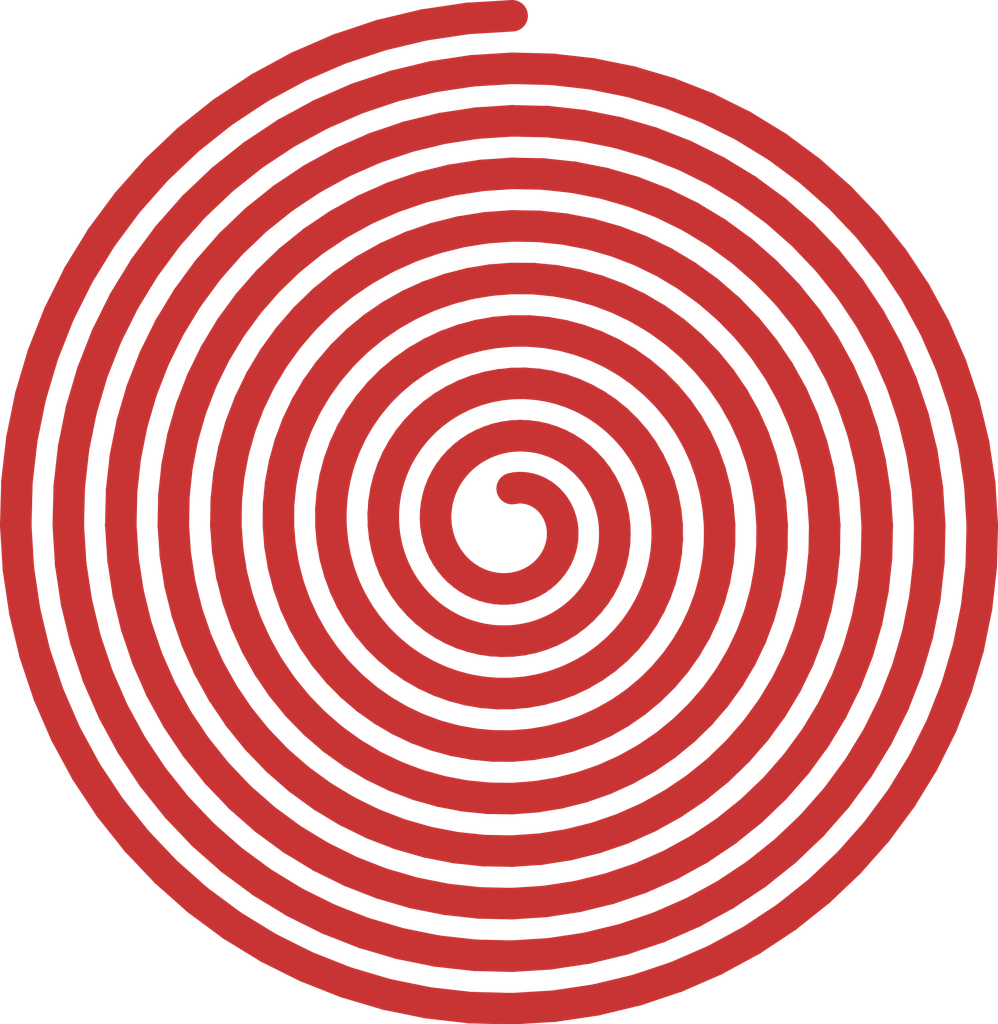
<source format=kicad_pcb>
(kicad_pcb
	(version 20240108)
	(generator "pcbnew")
	(generator_version "8.0")
	(general
		(thickness 1.6)
		(legacy_teardrops no)
	)
	(paper "A4")
	(layers
		(0 "F.Cu" signal)
		(31 "B.Cu" signal)
		(32 "B.Adhes" user "B.Adhesive")
		(33 "F.Adhes" user "F.Adhesive")
		(34 "B.Paste" user)
		(35 "F.Paste" user)
		(36 "B.SilkS" user "B.Silkscreen")
		(37 "F.SilkS" user "F.Silkscreen")
		(38 "B.Mask" user)
		(39 "F.Mask" user)
		(40 "Dwgs.User" user "User.Drawings")
		(41 "Cmts.User" user "User.Comments")
		(42 "Eco1.User" user "User.Eco1")
		(43 "Eco2.User" user "User.Eco2")
		(44 "Edge.Cuts" user)
		(45 "Margin" user)
		(46 "B.CrtYd" user "B.Courtyard")
		(47 "F.CrtYd" user "F.Courtyard")
		(48 "B.Fab" user)
		(49 "F.Fab" user)
		(50 "User.1" user)
		(51 "User.2" user)
		(52 "User.3" user)
		(53 "User.4" user)
		(54 "User.5" user)
		(55 "User.6" user)
		(56 "User.7" user)
		(57 "User.8" user)
		(58 "User.9" user)
	)
	(setup
		(pad_to_mask_clearance 0)
		(allow_soldermask_bridges_in_footprints no)
		(pcbplotparams
			(layerselection 0x00010fc_ffffffff)
			(plot_on_all_layers_selection 0x0000000_00000000)
			(disableapertmacros no)
			(usegerberextensions no)
			(usegerberattributes yes)
			(usegerberadvancedattributes yes)
			(creategerberjobfile yes)
			(dashed_line_dash_ratio 12.000000)
			(dashed_line_gap_ratio 3.000000)
			(svgprecision 4)
			(plotframeref no)
			(viasonmask no)
			(mode 1)
			(useauxorigin no)
			(hpglpennumber 1)
			(hpglpenspeed 20)
			(hpglpendiameter 15.000000)
			(pdf_front_fp_property_popups yes)
			(pdf_back_fp_property_popups yes)
			(dxfpolygonmode yes)
			(dxfimperialunits yes)
			(dxfusepcbnewfont yes)
			(psnegative no)
			(psa4output no)
			(plotreference yes)
			(plotvalue yes)
			(plotfptext yes)
			(plotinvisibletext no)
			(sketchpadsonfab no)
			(subtractmaskfromsilk no)
			(outputformat 1)
			(mirror no)
			(drillshape 1)
			(scaleselection 1)
			(outputdirectory "")
		)
	)
	(net 0 "")
	(segment
		(start 2.885703 0.773221)
		(end 2.921596 0.515156)
		(width 0.9)
		(layer "F.Cu")
		(net 0)
		(uuid "001a4712-2109-431b-aa5b-92d9716b45ae")
	)
	(segment
		(start -6.532558 1.151866)
		(end -6.387184 1.71144)
		(width 0.9)
		(layer "F.Cu")
		(net 0)
		(uuid "0046654d-77cc-4405-9086-57ca5e390a86")
	)
	(segment
		(start 5.559191 -11.921723)
		(end 4.491864 -12.341296)
		(width 0.9)
		(layer "F.Cu")
		(net 0)
		(uuid "00e01479-3472-4b9b-9a2d-398c68faaa5f")
	)
	(segment
		(start -1.212499 -2.100111)
		(end -1.378973 -1.969378)
		(width 0.9)
		(layer "F.Cu")
		(net 0)
		(uuid "00f042ca-7317-40d2-b297-a32659f0459b")
	)
	(segment
		(start 4.638783 -5.528287)
		(end 4.12736 -5.894481)
		(width 0.9)
		(layer "F.Cu")
		(net 0)
		(uuid "01781aff-2673-4d35-8084-599e11856264")
	)
	(segment
		(start -2.258873 -12.810707)
		(end -3.361412 -12.544961)
		(width 0.9)
		(layer "F.Cu")
		(net 0)
		(uuid "01838b6c-2ecb-49bc-99cd-eb7d3f8c71ea")
	)
	(segment
		(start -0.644137 1.769754)
		(end -0.48205 1.799036)
		(width 0.9)
		(layer "F.Cu")
		(net 0)
		(uuid "02123572-721a-4f3a-9f1e-24c79508acce")
	)
	(segment
		(start -1.073831 12.273948)
		(end 0 12.3)
		(width 0.9)
		(layer "F.Cu")
		(net 0)
		(uuid "0242a640-698e-4cef-9636-96db64f3dce5")
	)
	(segment
		(start -12.384163 -7.15)
		(end -12.941319 -6.034636)
		(width 0.9)
		(layer "F.Cu")
		(net 0)
		(uuid "0300b37f-22d5-4926-a7f1-09ef471c1768")
	)
	(segment
		(start -3.489407 0.934983)
		(end -3.375062 1.228422)
		(width 0.9)
		(layer "F.Cu")
		(net 0)
		(uuid "03019d8d-ba31-440b-8253-d08d20c9e8ff")
	)
	(segment
		(start -1.116084 1.593933)
		(end -0.9625 1.667098)
		(width 0.9)
		(layer "F.Cu")
		(net 0)
		(uuid "036619d8-5d7e-48f2-a3b4-881458e89ce7")
	)
	(segment
		(start 5.66274 -1.517326)
		(end 5.489371 -1.997967)
		(width 0.9)
		(layer "F.Cu")
		(net 0)
		(uuid "046f3a2f-62b1-460e-8761-076215de5640")
	)
	(segment
		(start 0.5875 -1.017579)
		(end 0.487771 -1.04603)
		(width 0.9)
		(layer "F.Cu")
		(net 0)
		(uuid "04901d47-aa11-41d5-8e3e-af7bdff6c438")
	)
	(segment
		(start 1.413683 -3.884062)
		(end 1.064393 -3.972369)
		(width 0.9)
		(layer "F.Cu")
		(net 0)
		(uuid "04c6d7fd-317d-4e59-8f1f-e8f15b56d58c")
	)
	(segment
		(start 0.808732 9.243856)
		(end 1.607692 9.117678)
		(width 0.9)
		(layer "F.Cu")
		(net 0)
		(uuid "051feaf9-bf99-4d18-9326-c7f1f2987b9c")
	)
	(segment
		(start 0.963939 -0.808841)
		(end 0.875044 -0.875044)
		(width 0.9)
		(layer "F.Cu")
		(net 0)
		(uuid "056e9ad9-eb77-4f1f-8570-0ca069a1e0b3")
	)
	(segment
		(start 8.748375 -1.542574)
		(end 8.560517 -2.293783)
		(width 0.9)
		(layer "F.Cu")
		(net 0)
		(uuid "058a89cc-16b1-486b-9caa-bc1367a10680")
	)
	(segment
		(start -8.164645 -0.714313)
		(end -8.175 0)
		(width 0.9)
		(layer "F.Cu")
		(net 0)
		(uuid "0701bbf3-43b6-4d0b-ae0c-b565585fbe1e")
	)
	(segment
		(start -2.811421 10.492369)
		(end -1.882635 10.676957)
		(width 0.9)
		(layer "F.Cu")
		(net 0)
		(uuid "0736a55a-eb84-4892-b5fc-2a60617a0f8e")
	)
	(segment
		(start -7.401525 -10.570474)
		(end -8.281247 -9.869205)
		(width 0.9)
		(layer "F.Cu")
		(net 0)
		(uuid "07ae6c90-5932-4847-8534-ea9abe369f42")
	)
	(segment
		(start 0 -13.05)
		(end -1.135566 -12.979586)
		(width 0.9)
		(layer "F.Cu")
		(net 0)
		(uuid "080e019a-0608-4591-988f-a82d881b73c3")
	)
	(segment
		(start 4.213851 -1.129098)
		(end 4.079832 -1.484937)
		(width 0.9)
		(layer "F.Cu")
		(net 0)
		(uuid "08cdbc39-f9cb-40fa-a61c-32ff21a9b38b")
	)
	(segment
		(start -2.22833 2.65562)
		(end -1.976448 2.822661)
		(width 0.9)
		(layer "F.Cu")
		(net 0)
		(uuid "091143fd-532d-45ac-88f6-808163890dba")
	)
	(segment
		(start 5.876019 1.0361)
		(end 5.923207 0.518213)
		(width 0.9)
		(layer "F.Cu")
		(net 0)
		(uuid "093107bb-902e-43c8-aa00-e9de938d0654")
	)
	(segment
		(start -12.441404 2.193755)
		(end -12.182739 3.264355)
		(width 0.9)
		(layer "F.Cu")
		(net 0)
		(uuid "0960af85-ba46-40be-ab21-677a954b8b6c")
	)
	(segment
		(start 4.411139 -3.701385)
		(end 4.057025 -4.057025)
		(width 0.9)
		(layer "F.Cu")
		(net 0)
		(uuid "09b44a95-c299-4ead-91c0-3627cfc7ab71")
	)
	(segment
		(start 9.874603 3.594061)
		(end 10.130147 2.714364)
		(width 0.9)
		(layer "F.Cu")
		(net 0)
		(uuid "0a852d81-36c3-4a89-b90d-16d44a213d3f")
	)
	(segment
		(start -5.388702 -6.422005)
		(end -5.91318 -5.91318)
		(width 0.9)
		(layer "F.Cu")
		(net 0)
		(uuid "0a989923-08c4-43ef-af7a-1426f7a2b170")
	)
	(segment
		(start -14.100305 1.233616)
		(end -13.918616 2.454227)
		(width 0.9)
		(layer "F.Cu")
		(net 0)
		(uuid "0accf71e-8188-4d6d-afff-5a02afe4d48f")
	)
	(segment
		(start -4.20329 -9.013986)
		(end -4.962499 -8.595302)
		(width 0.9)
		(layer "F.Cu")
		(net 0)
		(uuid "0b258169-2128-4f91-9c2c-68b0009311da")
	)
	(segment
		(start 7.111628 -1.905555)
		(end 6.898909 -2.510997)
		(width 0.9)
		(layer "F.Cu")
		(net 0)
		(uuid "0b4686a5-6b1b-4bd2-9599-0988882f7589")
	)
	(segment
		(start 9.887847 6.923545)
		(end 10.435606 6.024999)
		(width 0.9)
		(layer "F.Cu")
		(net 0)
		(uuid "0b7d315a-3568-469f-8e77-fa9d233bb411")
	)
	(segment
		(start -2.183228 5.998371)
		(end -1.646736 6.145703)
		(width 0.9)
		(layer "F.Cu")
		(net 0)
		(uuid "0bf183a2-9b47-4400-9a42-8dac68b5e48a")
	)
	(segment
		(start -4.424521 -5.272939)
		(end -4.85252 -4.85252)
		(width 0.9)
		(layer "F.Cu")
		(net 0)
		(uuid "0c0711b6-f729-41d6-9daf-7e9f343326b9")
	)
	(segment
		(start 1.286751 0.900992)
		(end 1.342339 0.774999)
		(width 0.9)
		(layer "F.Cu")
		(net 0)
		(uuid "0c2c9db2-3631-4868-a75c-93713f56eee8")
	)
	(segment
		(start -2.89577 -7.956064)
		(end -3.569363 -7.654524)
		(width 0.9)
		(layer "F.Cu")
		(net 0)
		(uuid "0c60ad7b-58a6-4dbc-8833-a7e14e64335b")
	)
	(segment
		(start -2.712499 -4.698187)
		(end -3.099702 -4.426834)
		(width 0.9)
		(layer "F.Cu")
		(net 0)
		(uuid "0c8ab6f0-1ab6-46f6-993a-b00877707f4f")
	)
	(segment
		(start 1.260754 -0.458877)
		(end 1.197081 -0.558208)
		(width 0.9)
		(layer "F.Cu")
		(net 0)
		(uuid "0ca90468-87bd-4587-8171-552e0039bbe6")
	)
	(segment
		(start 11.116575 7.78391)
		(end 11.734644 6.775)
		(width 0.9)
		(layer "F.Cu")
		(net 0)
		(uuid "0dee1cdf-3945-4612-9c84-a1a4f36a7149")
	)
	(segment
		(start -8.829995 8.829995)
		(end -8.013418 9.55002)
		(width 0.9)
		(layer "F.Cu")
		(net 0)
		(uuid "0e1828dc-e5d5-45b6-95f4-6e923f1bc11e")
	)
	(segment
		(start -5.055346 0.891393)
		(end -4.938295 1.323212)
		(width 0.9)
		(layer "F.Cu")
		(net 0)
		(uuid "0e183f2f-99b5-46f3-831f-eedf244e1fd5")
	)
	(segment
		(start -8.26189 -11.799202)
		(end -9.245428 -11.018272)
		(width 0.9)
		(layer "F.Cu")
		(net 0)
		(uuid "0ead9968-69e4-4fae-b46b-cb8fcb6d959a")
	)
	(segment
		(start -0.68163 7.791072)
		(end 0 7.8)
		(width 0.9)
		(layer "F.Cu")
		(net 0)
		(uuid "0f314a94-fb63-4198-b50b-43379d9a1b42")
	)
	(segment
		(start 10.713313 -4.9957)
		(end 10.219099 -5.899999)
		(width 0.9)
		(layer "F.Cu")
		(net 0)
		(uuid "0ff4ba39-15f1-4d25-94ef-7e73ca822cda")
	)
	(segment
		(start 9.353851 -4.361772)
		(end 8.920061 -5.15)
		(width 0.9)
		(layer "F.Cu")
		(net 0)
		(uuid "105be696-b671-4432-ae3b-6989c6433584")
	)
	(segment
		(start -12.30348 -3.296707)
		(end -12.523471 -2.208225)
		(width 0.9)
		(layer "F.Cu")
		(net 0)
		(uuid "107c21a0-007f-4173-87fb-3a31ed317999")
	)
	(segment
		(start -8.175 0)
		(end -8.123137 0.710682)
		(width 0.9)
		(layer "F.Cu")
		(net 0)
		(uuid "10893ecc-5dec-4702-8ea4-88c0d654042f")
	)
	(segment
		(start 7.239005 -7.239005)
		(end 6.567146 -7.82642)
		(width 0.9)
		(layer "F.Cu")
		(net 0)
		(uuid "11742ff7-c4d0-4494-b474-264c0eef363c")
	)
	(segment
		(start -13.241835 4.819633)
		(end -12.752505 5.946591)
		(width 0.9)
		(layer "F.Cu")
		(net 0)
		(uuid "1256d09c-c698-4e5a-9096-85cccb1535c6")
	)
	(segment
		(start 5.788109 12.41264)
		(end 6.837499 11.842897)
		(width 0.9)
		(layer "F.Cu")
		(net 0)
		(uuid "128d70eb-a8cd-469a-8472-e48bbf617cfc")
	)
	(segment
		(start -11.175 0)
		(end -11.111721 0.972149)
		(width 0.9)
		(layer "F.Cu")
		(net 0)
		(uuid "12ac75b5-1302-4fb4-9dcc-5ada34e94c4c")
	)
	(segment
		(start 10.902127 5.083745)
		(end 11.284142 4.107091)
		(width 0.9)
		(layer "F.Cu")
		(net 0)
		(uuid "12c9a9d2-219a-4e4c-b12a-ab85ae56b681")
	)
	(segment
		(start 8.299665 -8.299665)
		(end 7.531328 -8.975487)
		(width 0.9)
		(layer "F.Cu")
		(net 0)
		(uuid "12cde2ec-477b-4ec1-8b5d-64b610b4e64b")
	)
	(segment
		(start 0.970982 -5.506716)
		(end 0.48553 -5.549634)
		(width 0.9)
		(layer "F.Cu")
		(net 0)
		(uuid "1313a8bb-d8d8-4316-90a4-e2b159ce9559")
	)
	(segment
		(start -9.569048 -1.687281)
		(end -9.658937 -0.845047)
		(width 0.9)
		(layer "F.Cu")
		(net 0)
		(uuid "139a7bf6-15d2-4785-ae56-03303cab5717")
	)
	(segment
		(start -7.769335 7.769335)
		(end -7.049237 8.400954)
		(width 0.9)
		(layer "F.Cu")
		(net 0)
		(uuid "147400d1-ddaa-40c1-9535-7df760ca2204")
	)
	(segment
		(start 8.56483 8.56483)
		(end 9.262754 7.772373)
		(width 0.9)
		(layer "F.Cu")
		(net 0)
		(uuid "150509d8-8bc2-4ae3-a6bb-e0c901bd7965")
	)
	(segment
		(start 2.424871 -1.399999)
		(end 2.27656 -1.594064)
		(width 0.9)
		(layer "F.Cu")
		(net 0)
		(uuid "1550533d-6762-49c6-a556-c76d980f7675")
	)
	(segment
		(start -5.175 0)
		(end -5.134553 0.449215)
		(width 0.9)
		(layer "F.Cu")
		(net 0)
		(uuid "160880b9-d1de-49ba-a795-c541ccea2495")
	)
	(segment
		(start -4.962499 -8.595302)
		(end -5.680796 -8.113018)
		(width 0.9)
		(layer "F.Cu")
		(net 0)
		(uuid "1729fa68-e4de-4262-98e3-56cde49138f7")
	)
	(segment
		(start -3.2125 5.564213)
		(end -2.706517 5.804146)
		(width 0.9)
		(layer "F.Cu")
		(net 0)
		(uuid "17c68fba-2a59-4c1f-8d32-361c4967fa0e")
	)
	(segment
		(start -3.974372 8.523069)
		(end -3.209289 8.817449)
		(width 0.9)
		(layer "F.Cu")
		(net 0)
		(uuid "18a85552-fb24-4852-93be-7c541cae1e71")
	)
	(segment
		(start -2.100923 0.370449)
		(end -2.040518 0.546755)
		(width 0.9)
		(layer "F.Cu")
		(net 0)
		(uuid "1934dd63-9798-4c2d-826e-4ef9ad90062f")
	)
	(segment
		(start 2.66952 3.81247)
		(end 2.978249 3.549339)
		(width 0.9)
		(layer "F.Cu")
		(net 0)
		(uuid "19d9425e-b9a2-4c86-9ea6-63c17eda11dc")
	)
	(segment
		(start -3.236274 1.509099)
		(end -3.07439 1.774999)
		(width 0.9)
		(layer "F.Cu")
		(net 0)
		(uuid "1b41cd35-5966-49aa-bae1-3fa1dd1804c3")
	)
	(segment
		(start -1.03204 -3.851629)
		(end -1.356679 -3.727447)
		(width 0.9)
		(layer "F.Cu")
		(net 0)
		(uuid "1c0f1b1c-fbba-46fa-b40c-b7d4915e64ab")
	)
	(segment
		(start 1.491927 -8.461139)
		(end 0.746997 -8.538218)
		(width 0.9)
		(layer "F.Cu")
		(net 0)
		(uuid "1c2db61f-c5b8-4c3f-84c1-abd45ae04b9a")
	)
	(segment
		(start 1.140209 1.140209)
		(end 1.219287 1.023103)
		(width 0.9)
		(layer "F.Cu")
		(net 0)
		(uuid "1cb4717c-e6fd-410d-852c-c284bf057f0f")
	)
	(segment
		(start 3.393764 -12.665702)
		(end 2.273344 -12.892774)
		(width 0.9)
		(layer "F.Cu")
		(net 0)
		(uuid "1cc7371e-cb1e-4e54-9dea-6f5689d10e1b")
	)
	(segment
		(start -6.390087 -5.361919)
		(end -6.816027 -4.772633)
		(width 0.9)
		(layer "F.Cu")
		(net 0)
		(uuid "1d39b541-e75c-4ad2-a673-dbf0bd93decf")
	)
	(segment
		(start 0.939466 10.738148)
		(end 1.868164 10.59489)
		(width 0.9)
		(layer "F.Cu")
		(net 0)
		(uuid "1d50e3bd-df85-44c0-bd92-21f9baf75c66")
	)
	(segment
		(start 3.465804 -9.522218)
		(end 2.617307 -9.767924)
		(width 0.9)
		(layer "F.Cu")
		(net 0)
		(uuid "1fda0039-c460-46f1-95e7-756992446a50")
	)
	(segment
		(start -3.19965 11.941258)
		(end -2.143107 12.154169)
		(width 0.9)
		(layer "F.Cu")
		(net 0)
		(uuid "20159349-ac6a-4934-b8ea-6e4d73a0bf61")
	)
	(segment
		(start 4.104819 1.914108)
		(end 4.236447 1.54194)
		(width 0.9)
		(layer "F.Cu")
		(net 0)
		(uuid "224d1944-5259-4fce-9680-6a86dda19509")
	)
	(segment
		(start -4.748379 13.046065)
		(end -3.587879 13.390146)
		(width 0.9)
		(layer "F.Cu")
		(net 0)
		(uuid "22619b02-d361-499e-a844-e315959c1bdc")
	)
	(segment
		(start -1.538472 1.290931)
		(end -1.405374 1.405374)
		(width 0.9)
		(layer "F.Cu")
		(net 0)
		(uuid "22732e10-1c19-4a3b-b70d-58dedf16f04f")
	)
	(segment
		(start 3.886327 8.334255)
		(end 4.587499 7.945783)
		(width 0.9)
		(layer "F.Cu")
		(net 0)
		(uuid "228f7524-7ba0-4078-a206-61155dc0ab0f")
	)
	(segment
		(start 0.565803 3.208831)
		(end 0.837926 3.127184)
		(width 0.9)
		(layer "F.Cu")
		(net 0)
		(uuid "22e873cd-2246-4b5f-abd2-498e037fc665")
	)
	(segment
		(start 0.547265 6.255272)
		(end 1.086748 6.163255)
		(width 0.9)
		(layer "F.Cu")
		(net 0)
		(uuid "22ed2222-cafa-45e3-b63d-9cb90cb4f391")
	)
	(segment
		(start -6.278272 8.966301)
		(end -5.4625 9.461327)
		(width 0.9)
		(layer "F.Cu")
		(net 0)
		(uuid "231579cf-ee65-4155-ad80-731ec5b09225")
	)
	(segment
		(start -4.212499 -7.296264)
		(end -4.820431 -6.88429)
		(width 0.9)
		(layer "F.Cu")
		(net 0)
		(uuid "24292208-f2b1-488c-b042-15e4120674f8")
	)
	(segment
		(start 11.900375 1.041147)
		(end 11.925 0)
		(width 0.9)
		(layer "F.Cu")
		(net 0)
		(uuid "2439ea65-0890-4a20-97b5-6d53ab113f02")
	)
	(segment
		(start -3.578134 0.630921)
		(end -3.489407 0.934983)
		(width 0.9)
		(layer "F.Cu")
		(net 0)
		(uuid "2451de2a-7323-49e2-b976-76d0e0b0cceb")
	)
	(segment
		(start -14.175 0)
		(end -14.100305 1.233616)
		(width 0.9)
		(layer "F.Cu")
		(net 0)
		(uuid "24a22517-d7d4-4960-a104-85377259b689")
	)
	(segment
		(start -3.340445 7.163607)
		(end -2.696258 7.40791)
		(width 0.9)
		(layer "F.Cu")
		(net 0)
		(uuid "24cd2d15-100f-4093-9dcc-1d1aba9853ea")
	)
	(segment
		(start 3.51742 2.951466)
		(end 3.744207 2.621722)
		(width 0.9)
		(layer "F.Cu")
		(net 0)
		(uuid "251ac27e-13da-4535-87cc-ccd42badfa4c")
	)
	(segment
		(start 0 3.3)
		(end 0.285798 3.266688)
		(width 0.9)
		(layer "F.Cu")
		(net 0)
		(uuid "2598755d-c0fb-469e-8598-62c4a129414c")
	)
	(segment
		(start -1.258507 4.696814)
		(end -0.840746 4.76811)
		(width 0.9)
		(layer "F.Cu")
		(net 0)
		(uuid "259fbcf7-5eaa-416b-8dc2-63bf80c2cbb9")
	)
	(segment
		(start -5.4625 9.461327)
		(end -4.608299 9.882531)
		(width 0.9)
		(layer "F.Cu")
		(net 0)
		(uuid "260fcc0d-38ba-4f88-89eb-655cdb534943")
	)
	(segment
		(start -7.805836 5.465705)
		(end -7.283805 6.111838)
		(width 0.9)
		(layer "F.Cu")
		(net 0)
		(uuid "261b1e39-f2cc-4d18-9f4a-e4e77f7b1152")
	)
	(segment
		(start 3.555526 13.269406)
		(end 4.691376 12.88945)
		(width 0.9)
		(layer "F.Cu")
		(net 0)
		(uuid "264de2db-6606-461a-939b-ca67d1dfc757")
	)
	(segment
		(start 2.779069 10.371628)
		(end 3.665315 10.070372)
		(width 0.9)
		(layer "F.Cu")
		(net 0)
		(uuid "26b69829-4667-4ca5-aae5-f5046e8fb786")
	)
	(segment
		(start -3.192511 3.804687)
		(end -2.836813 4.051389)
		(width 0.9)
		(layer "F.Cu")
		(net 0)
		(uuid "26d9b5da-d2f2-469b-9b47-52dc68ecbe6e")
	)
	(segment
		(start 0.387622 -1.064984)
		(end 0.287936 -1.074592)
		(width 0.9)
		(layer "F.Cu")
		(net 0)
		(uuid "26ec98d9-b98f-4865-8308-63890efb3d24")
	)
	(segment
		(start 5.275466 -2.45999)
		(end 5.022947 -2.899999)
		(width 0.9)
		(layer "F.Cu")
		(net 0)
		(uuid "2735f3e1-135a-46f7-a53b-047e7866fdc5")
	)
	(segment
		(start -13.631628 3.652583)
		(end -13.241835 4.819633)
		(width 0.9)
		(layer "F.Cu")
		(net 0)
		(uuid "274cd8c7-06f7-4cfd-b2e0-0bb3f0350590")
	)
	(segment
		(start 0.676164 -2.523481)
		(end 0.450038 -2.552293)
		(width 0.9)
		(layer "F.Cu")
		(net 0)
		(uuid "276a95a1-636f-4788-9068-263851a46cdd")
	)
	(segment
		(start -8.862934 -4.132854)
		(end -9.169833 -3.337546)
		(width 0.9)
		(layer "F.Cu")
		(net 0)
		(uuid "278f34cd-6d35-472e-8ecf-98659fcdce3e")
	)
	(segment
		(start 13.353159 -1.16825)
		(end 13.18001 -2.323991)
		(width 0.9)
		(layer "F.Cu")
		(net 0)
		(uuid "28194bd8-0d8f-4c44-9ba4-9eb5da2f0227")
	)
	(segment
		(start 8.681258 2.326136)
		(end 8.830442 1.557045)
		(width 0.9)
		(layer "F.Cu")
		(net 0)
		(uuid "2872a4d2-8cd6-4167-a08e-035d4ab274b9")
	)
	(segment
		(start 3.529884 5.041198)
		(end 3.94243 4.698405)
		(width 0.9)
		(layer "F.Cu")
		(net 0)
		(uuid "288697d6-693a-465b-81dc-d24b949e55c5")
	)
	(segment
		(start 6.087499 10.543859)
		(end 6.971343 9.95611)
		(width 0.9)
		(layer "F.Cu")
		(net 0)
		(uuid "288d8d47-8938-4873-99f2-2621e44769c4")
	)
	(segment
		(start 9.262754 7.772373)
		(end 9.887847 6.923545)
		(width 0.9)
		(layer "F.Cu")
		(net 0)
		(uuid "29d4edfc-30b2-4981-817b-dae6709233ff")
	)
	(segment
		(start 6.634928 -3.093917)
		(end 6.321985 -3.65)
		(width 0.9)
		(layer "F.Cu")
		(net 0)
		(uuid "29fdea1f-77f9-4dcc-ac05-4f13f2947476")
	)
	(segment
		(start 2.126225 5.841755)
		(end 2.618472 5.615331)
		(width 0.9)
		(layer "F.Cu")
		(net 0)
		(uuid "2a2917d8-d1b8-4eee-a5fc-a3655bf6f8c2")
	)
	(segment
		(start 9.542665 4.449818)
		(end 9.874603 3.594061)
		(width 0.9)
		(layer "F.Cu")
		(net 0)
		(uuid "2a660142-cf5c-4f20-b895-ed560803bd44")
	)
	(segment
		(start 1.139198 -13.021094)
		(end 0 -13.05)
		(width 0.9)
		(layer "F.Cu")
		(net 0)
		(uuid "2b050fa1-cc08-4ff7-9add-a7b3575e152c")
	)
	(segment
		(start -6.105072 -13.092371)
		(end -7.212499 -12.492416)
		(width 0.9)
		(layer "F.Cu")
		(net 0)
		(uuid "2b4dacd2-3548-4d0e-ae6f-f7760af0bdec")
	)
	(segment
		(start 2.710421 -3.230154)
		(end 2.406631 -3.437025)
		(width 0.9)
		(layer "F.Cu")
		(net 0)
		(uuid "2c526292-d235-4ca8-b506-e24ea14ecfd1")
	)
	(segment
		(start 9.625491 9.625491)
		(end 10.41182 8.736554)
		(width 0.9)
		(layer "F.Cu")
		(net 0)
		(uuid "2cb41181-0fd0-4914-88ae-04ca7009008b")
	)
	(segment
		(start -11.393044 5.312663)
		(end -10.868618 6.274999)
		(width 0.9)
		(layer "F.Cu")
		(net 0)
		(uuid "2cb53154-152b-4d3f-b759-9649ddba2fd6")
	)
	(segment
		(start 2.014067 2.400272)
		(end 2.200869 2.200869)
		(width 0.9)
		(layer "F.Cu")
		(net 0)
		(uuid "2def3c87-5603-4fe5-91a1-57ecf6e75afb")
	)
	(segment
		(start 0.487771 -1.04603)
		(end 0.387622 -1.064984)
		(width 0.9)
		(layer "F.Cu")
		(net 0)
		(uuid "2e90d7ba-c029-4578-822f-c2474c20adcd")
	)
	(segment
		(start -10.422757 3.793573)
		(end -10.033582 4.678736)
		(width 0.9)
		(layer "F.Cu")
		(net 0)
		(uuid "2ec49999-5be2-43af-9a98-66a4a6738ab1")
	)
	(segment
		(start -3.681769 -0.322113)
		(end -3.675 0)
		(width 0.9)
		(layer "F.Cu")
		(net 0)
		(uuid "2ede51dc-67e2-4da1-b582-d898c8464344")
	)
	(segment
		(start 10.364575 -0.906782)
		(end 10.225587 -1.803046)
		(width 0.9)
		(layer "F.Cu")
		(net 0)
		(uuid "2fb15338-6b28-4d49-b691-306c2bb4ac86")
	)
	(segment
		(start -7.760294 -2.824516)
		(end -7.956813 -2.132021)
		(width 0.9)
		(layer "F.Cu")
		(net 0)
		(uuid "316c4714-1c6b-4a42-9046-235b866599f4")
	)
	(segment
		(start 1.121699 -2.405491)
		(end 0.900653 -2.474523)
		(width 0.9)
		(layer "F.Cu")
		(net 0)
		(uuid "32cde678-6e19-464c-83e6-56ca1f0192c2")
	)
	(segment
		(start -4.85252 -4.85252)
		(end -5.24102 -4.397738)
		(width 0.9)
		(layer "F.Cu")
		(net 0)
		(uuid "33e99e04-3c2a-43cf-bfa6-e30d5cfcf590")
	)
	(segment
		(start 2.337499 4.048668)
		(end 2.66952 3.81247)
		(width 0.9)
		(layer "F.Cu")
		(net 0)
		(uuid "34dbbb90-995a-4364-bb12-9801765c6c59")
	)
	(segment
		(start 4.387407 -0.383848)
		(end 4.31674 -0.761157)
		(width 0.9)
		(layer "F.Cu")
		(net 0)
		(uuid "3533e06c-2348-4f98-a424-405290ad0629")
	)
	(segment
		(start 1.34722 7.640466)
		(end 2.002612 7.473851)
		(width 0.9)
		(layer "F.Cu")
		(net 0)
		(uuid "365266a5-17f6-4d7e-b32a-236a298ec4ff")
	)
	(segment
		(start -4.941217 -1.798455)
		(end -5.059036 -1.355564)
		(width 0.9)
		(layer "F.Cu")
		(net 0)
		(uuid "365549b3-3982-4ac1-9888-15b09ebbd304")
	)
	(segment
		(start -4.373428 2.524999)
		(end -4.119652 2.884611)
		(width 0.9)
		(layer "F.Cu")
		(net 0)
		(uuid "39373e95-df2b-40db-bd7b-098a9e51028b")
	)
	(segment
		(start -2.706517 5.804146)
		(end -2.183228 5.998371)
		(width 0.9)
		(layer "F.Cu")
		(net 0)
		(uuid "3939a5eb-3f03-43d0-9635-971b2ee4bd29")
	)
	(segment
		(start 10.219099 -5.899999)
		(end 9.648928 -6.756252)
		(width 0.9)
		(layer "F.Cu")
		(net 0)
		(uuid "3981f2e6-523b-4174-a8ab-90962027d5e1")
	)
	(segment
		(start 2.641377 1.524999)
		(end 2.745357 1.280181)
		(width 0.9)
		(layer "F.Cu")
		(net 0)
		(uuid "39db04da-b754-4356-a221-80ae218c24d6")
	)
	(segment
		(start 0.305331 1.73162)
		(end 0.449698 1.678296)
		(width 0.9)
		(layer "F.Cu")
		(net 0)
		(uuid "3a7d364f-58fa-4d31-b8f8-2240eaaecbdb")
	)
	(segment
		(start 1.417369 0.51588)
		(end 1.436814 0.384993)
		(width 0.9)
		(layer "F.Cu")
		(net 0)
		(uuid "3a9ec108-8da6-4990-9928-f083c764af86")
	)
	(segment
		(start -5.120874 6.10282)
		(end -4.557542 6.508845)
		(width 0.9)
		(layer "F.Cu")
		(net 0)
		(uuid "3b1e9e11-2489-433d-ba89-e9f0a3c5c3c2")
	)
	(segment
		(start -1.033653 -2.216677)
		(end -1.212499 -2.100111)
		(width 0.9)
		(layer "F.Cu")
		(net 0)
		(uuid "3b1f3b4a-c142-480f-9c53-c37b5c077437")
	)
	(segment
		(start -8.044755 -5.632998)
		(end -8.487048 -4.9)
		(width 0.9)
		(layer "F.Cu")
		(net 0)
		(uuid "3b7a7956-3bd6-4e82-b6a2-397c1ce43240")
	)
	(segment
		(start 3.978834 -10.931757)
		(end 3.005536 -11.216813)
		(width 0.9)
		(layer "F.Cu")
		(net 0)
		(uuid "3b904932-91a9-4153-b3ea-e04d56dfdcb1")
	)
	(segment
		(start -6.962499 12.059403)
		(end -5.876154 12.601454)
		(width 0.9)
		(layer "F.Cu")
		(net 0)
		(uuid "3c08dbba-6b4e-4cd0-a496-e4f47cc1e2bc")
	)
	(segment
		(start -13.752368 -3.684936)
		(end -14.000683 -2.468698)
		(width 0.9)
		(layer "F.Cu")
		(net 0)
		(uuid "3c1b6874-e929-4107-a24a-c08fc592fbf6")
	)
	(segment
		(start -1.622163 9.199745)
		(end -0.812364 9.285364)
		(width 0.9)
		(layer "F.Cu")
		(net 0)
		(uuid "3c4757bd-fd6e-4c7e-8b39-011f16541da5")
	)
	(segment
		(start -1.264148 1.506554)
		(end -1.116084 1.593933)
		(width 0.9)
		(layer "F.Cu")
		(net 0)
		(uuid "3c92810a-1dd7-45a8-9b95-6998ecfd8f90")
	)
	(segment
		(start -4.837218 -10.373447)
		(end -5.712499 -9.89434)
		(width 0.9)
		(layer "F.Cu")
		(net 0)
		(uuid "3d1d32f3-2b8f-46a0-9b35-c793e4dd66c7")
	)
	(segment
		(start 12.537065 -4.563118)
		(end 12.072774 -5.629627)
		(width 0.9)
		(layer "F.Cu")
		(net 0)
		(uuid "3d8882f3-0743-441d-9ec1-5aa85a6fd5d0")
	)
	(segment
		(start 7.191472 -5.035523)
		(end 6.709272 -5.629748)
		(width 0.9)
		(layer "F.Cu")
		(net 0)
		(uuid "3da4ebc1-b20a-4492-9939-98f4d41214d6")
	)
	(segment
		(start -3.836605 3.219294)
		(end -3.526695 3.526695)
		(width 0.9)
		(layer "F.Cu")
		(net 0)
		(uuid "3e7017b4-09bf-4154-aa08-764aac6d08e2")
	)
	(segment
		(start -0.943097 10.779656)
		(end 0 10.8)
		(width 0.9)
		(layer "F.Cu")
		(net 0)
		(uuid "3e8d1812-8c08-4a6e-a940-14e9c635b1a1")
	)
	(segment
		(start -3.4088 -9.365603)
		(end -4.20329 -9.013986)
		(width 0.9)
		(layer "F.Cu")
		(net 0)
		(uuid "3eb6cd09-f94a-403b-bd0e-88923203b3b3")
	)
	(segment
		(start -0.870279 3.247925)
		(end -0.580274 3.290899)
		(width 0.9)
		(layer "F.Cu")
		(net 0)
		(uuid "3f5bc26c-3515-4c9e-879f-f1c33c0d06b1")
	)
	(segment
		(start -11.111721 0.972149)
		(end -10.964192 1.933283)
		(width 0.9)
		(layer "F.Cu")
		(net 0)
		(uuid "3fa415f8-3231-4fc3-a4c3-3d5c2365f457")
	)
	(segment
		(start -1.438662 3.085222)
		(end -1.157168 3.179293)
		(width 0.9)
		(layer "F.Cu")
		(net 0)
		(uuid "401196d5-a8f5-4e17-8e0c-9e9e0e510f68")
	)
	(segment
		(start 7.568819 -10.809393)
		(end 6.5875 -11.409884)
		(width 0.9)
		(layer "F.Cu")
		(net 0)
		(uuid "4034f0fb-3971-4fad-a9bb-1a684305dab8")
	)
	(segment
		(start -4.091954 -3.433557)
		(end -4.358571 -3.051904)
		(width 0.9)
		(layer "F.Cu")
		(net 0)
		(uuid "40807870-20ae-424a-a416-900859250d5d")
	)
	(segment
		(start -4.7125 8.162289)
		(end -3.974372 8.523069)
		(width 0.9)
		(layer "F.Cu")
		(net 0)
		(uuid "40cd2613-d65e-4bfe-9b56-b8dde4826d5e")
	)
	(segment
		(start 10.156472 -8.522292)
		(end 9.360326 -9.360326)
		(width 0.9)
		(layer "F.Cu")
		(net 0)
		(uuid "41a260b2-b445-4f0d-ac10-692fe32a6563")
	)
	(segment
		(start -1.737928 -9.856284)
		(end -2.584955 -9.647184)
		(width 0.9)
		(layer "F.Cu")
		(net 0)
		(uuid "41b54e88-769d-4c14-a07b-45e6d91a40b3")
	)
	(segment
		(start -6.577108 4.60534)
		(end -6.134739 5.147657)
		(width 0.9)
		(layer "F.Cu")
		(net 0)
		(uuid "41ba711d-c5ff-4dd9-a005-bee27179de5c")
	)
	(segment
		(start 1.809155 2.583742)
		(end 2.014067 2.400272)
		(width 0.9)
		(layer "F.Cu")
		(net 0)
		(uuid "42411171-44b8-4043-bfd3-ebe9d46b6dcb")
	)
	(segment
		(start 10.406083 0.910414)
		(end 10.425 0)
		(width 0.9)
		(layer "F.Cu")
		(net 0)
		(uuid "427a220a-1232-48ac-af09-5fa3a5034f07")
	)
	(segment
		(start -0.612632 -7.002418)
		(end -1.216984 -6.901861)
		(width 0.9)
		(layer "F.Cu")
		(net 0)
		(uuid "428fd489-4d99-4144-940e-0fbaeb967f7e")
	)
	(segment
		(start -7.283805 6.111838)
		(end -6.708675 6.708675)
		(width 0.9)
		(layer "F.Cu")
		(net 0)
		(uuid "42d2ece8-2a04-44f7-b2c4-3f4e27633302")
	)
	(segment
		(start -4.595735 2.143026)
		(end -4.373428 2.524999)
		(width 0.9)
		(layer "F.Cu")
		(net 0)
		(uuid "432f39ca-f11c-413e-ad89-780945e2c3e9")
	)
	(segment
		(start -3.460339 -4.123872)
		(end -3.79186 -3.79186)
		(width 0.9)
		(layer "F.Cu")
		(net 0)
		(uuid "4339ced1-fafc-4e5b-91c5-bc1cc5fd670f")
	)
	(segment
		(start -2.519345 -14.287919)
		(end -3.74964 -13.99385)
		(width 0.9)
		(layer "F.Cu")
		(net 0)
		(uuid "4406b2cd-a3c0-4e1e-8589-9b92aca689cb")
	)
	(segment
		(start -3.07439 1.774999)
		(end -2.890924 2.024246)
		(width 0.9)
		(layer "F.Cu")
		(net 0)
		(uuid "442d5ec8-d14f-4448-bf04-05e8766dbfe1")
	)
	(segment
		(start -3.697178 5.280117)
		(end -3.2125 5.564213)
		(width 0.9)
		(layer "F.Cu")
		(net 0)
		(uuid "45128cb7-b1e7-4478-afb9-1691ac3fcb17")
	)
	(segment
		(start 0 -8.55)
		(end -0.743365 -8.49671)
		(width 0.9)
		(layer "F.Cu")
		(net 0)
		(uuid "45539f04-9c6b-4027-a077-6e0f809f22b7")
	)
	(segment
		(start -3.531678 -1.285425)
		(end -3.610147 -0.967336)
		(width 0.9)
		(layer "F.Cu")
		(net 0)
		(uuid "45926dc8-3f29-4370-b530-50f669146ee3")
	)
	(segment
		(start -2.065626 -0.963217)
		(end -2.122139 -0.772395)
		(width 0.9)
		(layer "F.Cu")
		(net 0)
		(uuid "45d5636e-bc22-497b-ae99-641996af92f2")
	)
	(segment
		(start 0.48553 -5.549634)
		(end 0 -5.55)
		(width 0.9)
		(layer "F.Cu")
		(net 0)
		(uuid "46d7905c-4c24-4b2f-85ec-4bcde8cb7867")
	)
	(segment
		(start 1.868164 10.59489)
		(end 2.779069 10.371628)
		(width 0.9)
		(layer "F.Cu")
		(net 0)
		(uuid "46dd4e5b-39af-42f0-8f7c-e31c6b1c7dca")
	)
	(segment
		(start 0.782058 -0.93202)
		(end 0.685901 -0.979569)
		(width 0.9)
		(layer "F.Cu")
		(net 0)
		(uuid "480d9757-2eaf-42d5-b0ce-f46898cdd355")
	)
	(segment
		(start 7.417499 0.648947)
		(end 7.425 0)
		(width 0.9)
		(layer "F.Cu")
		(net 0)
		(uuid "481b3458-2bdf-4bc2-b998-16b4d9d5d5ac")
	)
	(segment
		(start -8.487048 -4.9)
		(end -8.862934 -4.132854)
		(width 0.9)
		(layer "F.Cu")
		(net 0)
		(uuid "481f5988-2282-4285-852f-1c9223618d05")
	)
	(segment
		(start 3.916004 -1.826063)
		(end 3.723909 -2.149999)
		(width 0.9)
		(layer "F.Cu")
		(net 0)
		(uuid "49286900-d753-4c18-b8d3-a784085fb63e")
	)
	(segment
		(start 0 6.3)
		(end 0.547265 6.255272)
		(width 0.9)
		(layer "F.Cu")
		(net 0)
		(uuid "49507efe-b1d0-4056-a0bb-46506369c3cc")
	)
	(segment
		(start 4.079832 -1.484937)
		(end 3.916004 -1.826063)
		(width 0.9)
		(layer "F.Cu")
		(net 0)
		(uuid "496df67f-c644-43cf-b4bf-50dfe024172b")
	)
	(segment
		(start 11.458295 -3.07024)
		(end 11.127526 -4.050088)
		(width 0.9)
		(layer "F.Cu")
		(net 0)
		(uuid "4a3ab537-9acf-47ac-9c4a-1733fe2dc222")
	)
	(segment
		(start 1.219287 1.023103)
		(end 1.286751 0.900992)
		(width 0.9)
		(layer "F.Cu")
		(net 0)
		(uuid "4a6deeb5-156a-4ddf-884f-1def37741bba")
	)
	(segment
		(start -2.07259 4.444684)
		(end -1.670198 4.588832)
		(width 0.9)
		(layer "F.Cu")
		(net 0)
		(uuid "4abd5d49-7306-4cc8-ab2e-9558d1eb92e4")
	)
	(segment
		(start 1.440331 0.126012)
		(end 1.425 0)
		(width 0.9)
		(layer "F.Cu")
		(net 0)
		(uuid "4b2e0d48-673a-446e-a9b3-d3c26e27a12d")
	)
	(segment
		(start -2.145969 0.187747)
		(end -2.100923 0.370449)
		(width 0.9)
		(layer "F.Cu")
		(net 0)
		(uuid "4b940c65-ca7f-4eef-a348-8266c84fdff6")
	)
	(segment
		(start -0.643812 -2.40274)
		(end -0.843649 -2.317908)
		(width 0.9)
		(layer "F.Cu")
		(net 0)
		(uuid "4ba289cd-9063-4b97-be2f-d3114587e66a")
	)
	(segment
		(start 1.587499 2.74963)
		(end 1.809155 2.583742)
		(width 0.9)
		(layer "F.Cu")
		(net 0)
		(uuid "4c161305-8092-4e38-9479-ac20f441874f")
	)
	(segment
		(start 0.354796 -4.055342)
		(end 0 -4.05)
		(width 0.9)
		(layer "F.Cu")
		(net 0)
		(uuid "4c5cf768-5b86-40a9-956c-05fa5c15a0d5")
	)
	(segment
		(start 3.744207 2.621722)
		(end 3.940415 2.274999)
		(width 0.9)
		(layer "F.Cu")
		(net 0)
		(uuid "4dadb1e2-ed6a-4e66-bc2e-505012dc245e")
	)
	(segment
		(start 1.3375 -2.316617)
		(end 1.121699 -2.405491)
		(width 0.9)
		(layer "F.Cu")
		(net 0)
		(uuid "4dbbb88c-c174-42e6-b8ab-7c77a8318a28")
	)
	(segment
		(start 7.055525 2.568001)
		(end 7.232369 1.937907)
		(width 0.9)
		(layer "F.Cu")
		(net 0)
		(uuid "4e00b5a7-8280-4596-b855-99dbe6dc49a5")
	)
	(segment
		(start -1.101218 6.245322)
		(end -0.550896 6.29678)
		(width 0.9)
		(layer "F.Cu")
		(net 0)
		(uuid "4e83641b-0b95-47cc-8084-c832a9d8f014")
	)
	(segment
		(start -1.356679 -3.727447)
		(end -1.667581 -3.576139)
		(width 0.9)
		(layer "F.Cu")
		(net 0)
		(uuid "4edec2df-fade-42d4-9c25-276b262ccdcf")
	)
	(segment
		(start -1.670198 4.588832)
		(end -1.258507 4.696814)
		(width 0.9)
		(layer "F.Cu")
		(net 0)
		(uuid "4f6c6be9-43eb-4259-8966-05cb7d6b98b4")
	)
	(segment
		(start -5.176061 -0.452846)
		(end -5.175 0)
		(width 0.9)
		(layer "F.Cu")
		(net 0)
		(uuid "4fd919f4-1fa9-47db-a9ab-3da72d54f31b")
	)
	(segment
		(start -1.477456 -8.379072)
		(end -2.196726 -8.198295)
		(width 0.9)
		(layer "F.Cu")
		(net 0)
		(uuid "5005f76e-de4e-4bb8-8304-e08b18b27b34")
	)
	(segment
		(start -2.466034 2.466034)
		(end -2.22833 2.65562)
		(width 0.9)
		(layer "F.Cu")
		(net 0)
		(uuid "508772fb-e817-49cb-a90a-01c4f243e8e6")
	)
	(segment
		(start -13.918616 2.454227)
		(end -13.631628 3.652583)
		(width 0.9)
		(layer "F.Cu")
		(net 0)
		(uuid "50995b6a-1d79-4d56-8716-cbfe9256df28")
	)
	(segment
		(start 3.657408 -7.843338)
		(end 2.952773 -8.112679)
		(width 0.9)
		(layer "F.Cu")
		(net 0)
		(uuid "50e4db77-f5bf-4382-8e99-7c8188c5fee2")
	)
	(segment
		(start 4.3375 -7.51277)
		(end 3.657408 -7.843338)
		(width 0.9)
		(layer "F.Cu")
		(net 0)
		(uuid "515c30ca-bb7e-498f-ac0f-8f086fde17a8")
	)
	(segment
		(start 2.113005 -1.773022)
		(end 1.935704 -1.935704)
		(width 0.9)
		(layer "F.Cu")
		(net 0)
		(uuid "5172ba83-3b5e-42a9-8adf-1241982dda05")
	)
	(segment
		(start 2.921596 0.515156)
		(end 2.934623 0.256746)
		(width 0.9)
		(layer "F.Cu")
		(net 0)
		(uuid "518a7583-9690-4bee-96fa-baefdef3ea2d")
	)
	(segment
		(start -0.9625 1.667098)
		(end -0.804735 1.725761)
		(width 0.9)
		(layer "F.Cu")
		(net 0)
		(uuid "51ee74fe-dcbe-49ab-88b0-413f7189b578")
	)
	(segment
		(start 1.755626 -3.764953)
		(end 1.413683 -3.884062)
		(width 0.9)
		(layer "F.Cu")
		(net 0)
		(uuid "52be9563-02a1-475e-8215-f335914448a8")
	)
	(segment
		(start 12.072774 -5.629627)
		(end 11.518137 -6.65)
		(width 0.9)
		(layer "F.Cu")
		(net 0)
		(uuid "53b659b9-97d1-47cd-af82-7d736c3f413e")
	)
	(segment
		(start 0.616263 -7.043926)
		(end 0 -7.05)
		(width 0.9)
		(layer "F.Cu")
		(net 0)
		(uuid "540827a2-84b8-48e6-b9d5-f3b298d62959")
	)
	(segment
		(start -2.687539 2.255113)
		(end -2.466034 2.466034)
		(width 0.9)
		(layer "F.Cu")
		(net 0)
		(uuid "5454fd54-8863-4632-ac2a-32a0948d3ef8")
	)
	(segment
		(start -0.840746 4.76811)
		(end -0.420163 4.802488)
		(width 0.9)
		(layer "F.Cu")
		(net 0)
		(uuid "551792ef-c2e4-4550-b475-2f6cf6b3822e")
	)
	(segment
		(start -2.731199 -2.731199)
		(end -2.942887 -2.469375)
		(width 0.9)
		(layer "F.Cu")
		(net 0)
		(uuid "56310c8b-596c-4e05-8f61-f2cdbacd0e86")
	)
	(segment
		(start -3.74964 -13.99385)
		(end -4.947891 -13.594219)
		(width 0.9)
		(layer "F.Cu")
		(net 0)
		(uuid "5683a1db-1ef5-4065-b006-701dd5b406c8")
	)
	(segment
		(start 0 -10.05)
		(end -0.874099 -9.991002)
		(width 0.9)
		(layer "F.Cu")
		(net 0)
		(uuid "5686c8b8-e5d3-41b8-bd2c-d8a66a611563")
	)
	(segment
		(start -0.843649 -2.317908)
		(end -1.033653 -2.216677)
		(width 0.9)
		(layer "F.Cu")
		(net 0)
		(uuid "569468ed-20f7-4179-99df-cc31d66b1a22")
	)
	(segment
		(start -6.97384 -6.97384)
		(end -7.539154 -6.326101)
		(width 0.9)
		(layer "F.Cu")
		(net 0)
		(uuid "56affbfc-275e-4fe1-9131-3aaf383e56b1")
	)
	(segment
		(start -5.876154 12.601454)
		(end -4.748379 13.046065)
		(width 0.9)
		(layer "F.Cu")
		(net 0)
		(uuid "575ec1b4-3e7a-43de-aa43-a5b6dd5da245")
	)
	(segment
		(start -2.584955 -9.647184)
		(end -3.4088 -9.365603)
		(width 0.9)
		(layer "F.Cu")
		(net 0)
		(uuid "57852bb7-c269-431e-b336-b0170cb85362")
	)
	(segment
		(start 7.50417 7.50417)
		(end 8.113687 6.808192)
		(width 0.9)
		(layer "F.Cu")
		(net 0)
		(uuid "57c3ac02-4548-4d8f-8705-08c29dcf881a")
	)
	(segment
		(start -8.67412 4.044808)
		(end -8.270542 4.775)
		(width 0.9)
		(layer "F.Cu")
		(net 0)
		(uuid "57c4ed78-e2db-4cc2-a522-96118e76d251")
	)
	(segment
		(start 11.784866 2.077989)
		(end 11.900375 1.041147)
		(width 0.9)
		(layer "F.Cu")
		(net 0)
		(uuid "585cca47-ac88-4a69-a9fe-7f5c9b756c3d")
	)
	(segment
		(start 4.31674 -0.761157)
		(end 4.213851 -1.129098)
		(width 0.9)
		(layer "F.Cu")
		(net 0)
		(uuid "58d49bc6-4065-4ea8-aed4-c0f1f6bca046")
	)
	(segment
		(start 2.002612 7.473851)
		(end 2.639255 7.251294)
		(width 0.9)
		(layer "F.Cu")
		(net 0)
		(uuid "59eb9ec5-a390-4431-a6f6-6ffce7646fef")
	)
	(segment
		(start -4.358571 -3.051904)
		(end -4.589934 -2.65)
		(width 0.9)
		(layer "F.Cu")
		(net 0)
		(uuid "5a7f795d-5204-45f1-9d55-ebcfad86caf4")
	)
	(segment
		(start -10.579372 -3.850576)
		(end -10.854591 -2.908479)
		(width 0.9)
		(layer "F.Cu")
		(net 0)
		(uuid "5c0cbb96-643b-4498-92e3-20f1ab6fe76a")
	)
	(segment
		(start 6.567146 -7.82642)
		(end 5.848089 -8.351937)
		(width 0.9)
		(layer "F.Cu")
		(net 0)
		(uuid "5c10bfd5-e613-4526-83cb-912b2ed53999")
	)
	(segment
		(start 0.837926 3.127184)
		(end 1.100164 3.022677)
		(width 0.9)
		(layer "F.Cu")
		(net 0)
		(uuid "5cc58633-2610-4ec5-8ef7-40e1bf2ada12")
	)
	(segment
		(start 0.285798 3.266688)
		(end 0.565803 3.208831)
		(width 0.9)
		(layer "F.Cu")
		(net 0)
		(uuid "5ce9e4b7-bbed-4203-b9b6-34bf5cf576f6")
	)
	(segment
		(start -1.135566 -12.979586)
		(end -2.258873 -12.810707)
		(width 0.9)
		(layer "F.Cu")
		(net 0)
		(uuid "5d32864e-cb9a-4077-acf6-5a46dfbd3b4d")
	)
	(segment
		(start 1.197081 -0.558208)
		(end 1.125833 -0.649999)
		(width 0.9)
		(layer "F.Cu")
		(net 0)
		(uuid "5e31b507-5b15-40d9-a030-477108f12d08")
	)
	(segment
		(start 4.925263 -10.562262)
		(end 3.978834 -10.931757)
		(width 0.9)
		(layer "F.Cu")
		(net 0)
		(uuid "5e3982b4-6ec0-40df-8fbd-0ea485c63bbc")
	)
	(segment
		(start 7.375991 -0.645315)
		(end 7.271163 -1.282102)
		(width 0.9)
		(layer "F.Cu")
		(net 0)
		(uuid "5ec31838-fdde-4709-8ae4-fac095b83bbb")
	)
	(segment
		(start 5.38285 5.38285)
		(end 5.815554 4.879829)
		(width 0.9)
		(layer "F.Cu")
		(net 0)
		(uuid "5f3894bc-f93b-4321-befa-7a21fb18b1cf")
	)
	(segment
		(start -1.962499 -3.399149)
		(end -2.239338 -3.198106)
		(width 0.9)
		(layer "F.Cu")
		(net 0)
		(uuid "5f66d8ce-0307-4cac-8939-80fcaaa803ae")
	)
	(segment
		(start 8.308448 -3.024028)
		(end 7.994389 -3.727845)
		(width 0.9)
		(layer "F.Cu")
		(net 0)
		(uuid "5f731a29-f6c9-45c2-a777-a4fdb6aaba72")
	)
	(segment
		(start 7.831708 11.184838)
		(end 8.763337 10.443739)
		(width 0.9)
		(layer "F.Cu")
		(net 0)
		(uuid "5fc5d6bb-1720-4f22-856f-a3e9c56f3f9e")
	)
	(segment
		(start -0.812364 9.285364)
		(end 0 9.3)
		(width 0.9)
		(layer "F.Cu")
		(net 0)
		(uuid "606ea497-f96c-4356-b159-5ac299f03331")
	)
	(segment
		(start 1.984544 4.25587)
		(end 2.337499 4.048668)
		(width 0.9)
		(layer "F.Cu")
		(net 0)
		(uuid "608bca0b-d8b8-49b7-b4ad-e3573ae66983")
	)
	(segment
		(start -3.290896 -1.9)
		(end -3.425088 -1.597144)
		(width 0.9)
		(layer "F.Cu")
		(net 0)
		(uuid "60b285f5-260f-4f37-ba86-bf1bb416b75c")
	)
	(segment
		(start -6.144011 -2.864999)
		(end -6.350755 -2.311486)
		(width 0.9)
		(layer "F.Cu")
		(net 0)
		(uuid "611fa8cc-9c6c-4e05-932c-8507a2c61b47")
	)
	(segment
		(start -8.68822 -7.290282)
		(end -9.273483 -6.493363)
		(width 0.9)
		(layer "F.Cu")
		(net 0)
		(uuid "61c6e120-143f-4c93-8276-e54bbdd500ff")
	)
	(segment
		(start -9.890656 9.890656)
		(end -8.9776 10.699087)
		(width 0.9)
		(layer "F.Cu")
		(net 0)
		(uuid "61d3e74a-334c-40f6-bc54-1e0cbd832700")
	)
	(segment
		(start -1.2663 -14.473878)
		(end -2.519345 -14.287919)
		(width 0.9)
		(layer "F.Cu")
		(net 0)
		(uuid "62106e2b-18a0-47ef-b0b3-f50964462e32")
	)
	(segment
		(start 7.799156 9.294672)
		(end 8.56483 8.56483)
		(width 0.9)
		(layer "F.Cu")
		(net 0)
		(uuid "62a2afec-bb60-472b-bb27-a3ce9b5ba01a")
	)
	(segment
		(start 5.560205 -4.665566)
		(end 5.117685 -5.117685)
		(width 0.9)
		(layer "F.Cu")
		(net 0)
		(uuid "631d8434-5c60-4b45-8937-f93cd42ebb97")
	)
	(segment
		(start 4.666487 3.915647)
		(end 4.972935 3.482086)
		(width 0.9)
		(layer "F.Cu")
		(net 0)
		(uuid "634745b1-2177-46eb-acb4-dc0cb3a8f320")
	)
	(segment
		(start 0.224062 -2.56105)
		(end 0 -2.55)
		(width 0.9)
		(layer "F.Cu")
		(net 0)
		(uuid "638bba95-25cb-4ce0-85de-d1e0ae9431f2")
	)
	(segment
		(start 0.900653 -2.474523)
		(end 0.676164 -2.523481)
		(width 0.9)
		(layer "F.Cu")
		(net 0)
		(uuid "6414898d-3cbf-4535-9504-5135747f679f")
	)
	(segment
		(start 4.734016 -3.314793)
		(end 4.411139 -3.701385)
		(width 0.9)
		(layer "F.Cu")
		(net 0)
		(uuid "6507b1ab-ecd8-44ad-bfc3-dae90a083b0c")
	)
	(segment
		(start -4.608299 9.882531)
		(end -3.722319 10.226988)
		(width 0.9)
		(layer "F.Cu")
		(net 0)
		(uuid "6539425d-31bb-4ebd-9445-322895ebc5c1")
	)
	(segment
		(start -2.496158 -2.974805)
		(end -2.731199 -2.731199)
		(width 0.9)
		(layer "F.Cu")
		(net 0)
		(uuid "6654e1e4-dde2-4f22-ad10-79b8e94d7f39")
	)
	(segment
		(start -4.119652 2.884611)
		(end -3.836605 3.219294)
		(width 0.9)
		(layer "F.Cu")
		(net 0)
		(uuid "667aa58d-7670-4b9f-ba1b-465ed1ffe4c9")
	)
	(segment
		(start 11.702798 -2.063519)
		(end 11.458295 -3.07024)
		(width 0.9)
		(layer "F.Cu")
		(net 0)
		(uuid "66b00d1f-db34-4afd-82ae-2e266d19a477")
	)
	(segment
		(start -1.531977 -1.825739)
		(end -1.670539 -1.670539)
		(width 0.9)
		(layer "F.Cu")
		(net 0)
		(uuid "66c660d7-f1cd-4dfa-85c1-c626f9733146")
	)
	(segment
		(start -3.9625 6.863251)
		(end -3.340445 7.163607)
		(width 0.9)
		(layer "F.Cu")
		(net 0)
		(uuid "6752c9f2-f4a6-459c-90a0-7a5fd53ef2f1")
	)
	(segment
		(start 8.560517 -2.293783)
		(end 8.308448 -3.024028)
		(width 0.9)
		(layer "F.Cu")
		(net 0)
		(uuid "67750d72-15d5-40d2-b58e-d4406e227c53")
	)
	(segment
		(start -1.405374 1.405374)
		(end -1.264148 1.506554)
		(width 0.9)
		(layer "F.Cu")
		(net 0)
		(uuid "677cd3bb-3cd9-4276-87e2-1c02227fec93")
	)
	(segment
		(start 13.027924 3.490821)
		(end 13.262077 2.338462)
		(width 0.9)
		(layer "F.Cu")
		(net 0)
		(uuid "677d9f60-77a9-41ac-8e3d-dac055641a91")
	)
	(segment
		(start -12.647521 -1.106514)
		(end -12.675 0)
		(width 0.9)
		(layer "F.Cu")
		(net 0)
		(uuid "681937a0-b1f4-43df-8d8b-d3bdd7f07689")
	)
	(segment
		(start 5.881699 -0.514582)
		(end 5.793952 -1.02163)
		(width 0.9)
		(layer "F.Cu")
		(net 0)
		(uuid "6873e1be-054f-43fa-9b8a-e1c35c0e6851")
	)
	(segment
		(start 10.130147 2.714364)
		(end 10.307654 1.817517)
		(width 0.9)
		(layer "F.Cu")
		(net 0)
		(uuid "68771095-3e74-4025-8584-a28ac99e03f9")
	)
	(segment
		(start 5.337499 9.244821)
		(end 6.110978 8.727382)
		(width 0.9)
		(layer "F.Cu")
		(net 0)
		(uuid "68ec3f87-0fa3-4540-ac7d-00f92bcb7518")
	)
	(segment
		(start 1.100164 3.022677)
		(end 1.350617 2.896408)
		(width 0.9)
		(layer "F.Cu")
		(net 0)
		(uuid "6929cd8f-e69a-45f4-9753-5580648b2663")
	)
	(segment
		(start 7.994389 -3.727845)
		(end 7.621023 -4.4)
		(width 0.9)
		(layer "F.Cu")
		(net 0)
		(uuid "6a152a1e-8c96-4396-b6a4-46264f275cbb")
	)
	(segment
		(start -0.319802 1.813687)
		(end -0.158696 1.813904)
		(width 0.9)
		(layer "F.Cu")
		(net 0)
		(uuid "6af1fbea-8ca1-45f7-aabd-3a57b25c97dd")
	)
	(segment
		(start -12.606013 1.102883)
		(end -12.441404 2.193755)
		(width 0.9)
		(layer "F.Cu")
		(net 0)
		(uuid "6c001fc7-a662-47a3-bfd7-b889f9573c59")
	)
	(segment
		(start 0 12.3)
		(end 1.070199 12.23244)
		(width 0.9)
		(layer "F.Cu")
		(net 0)
		(uuid "6c1494f8-d4b7-4ffc-8c78-3bcc90e3a8c1")
	)
	(segment
		(start -2.301508 -4.935601)
		(end -2.712499 -4.698187)
		(width 0.9)
		(layer "F.Cu")
		(net 0)
		(uuid "6c3eba2e-9869-4fca-af96-96a672fdb4e7")
	)
	(segment
		(start -12.675 0)
		(end -12.606013 1.102883)
		(width 0.9)
		(layer "F.Cu")
		(net 0)
		(uuid "6ca452b5-1ca8-42f3-bcb3-956257300fab")
	)
	(segment
		(start 1.935704 -1.935704)
		(end 1.746239 -2.081087)
		(width 0.9)
		(layer "F.Cu")
		(net 0)
		(uuid "6d0e22d0-633c-40ca-95eb-6d13d4bb3ddb")
	)
	(segment
		(start 2.8375 -4.914694)
		(end 2.389554 -5.124415)
		(width 0.9)
		(layer "F.Cu")
		(net 0)
		(uuid "6d45d558-20f4-44be-bac4-cb276d64b6d5")
	)
	(segment
		(start 10.307654 1.817517)
		(end 10.406083 0.910414)
		(width 0.9)
		(layer "F.Cu")
		(net 0)
		(uuid "6d8dca93-db6d-4878-b2f0-4b72e49fa8a4")
	)
	(segment
		(start 6.898909 -2.510997)
		(end 6.634928 -3.093917)
		(width 0.9)
		(layer "F.Cu")
		(net 0)
		(uuid "6e0ad275-d1a9-4aec-88d5-ec60de743e0b")
	)
	(segment
		(start -7.314659 3.410881)
		(end -6.971504 4.025)
		(width 0.9)
		(layer "F.Cu")
		(net 0)
		(uuid "6e183819-eee5-46f4-b36e-66e73e88e322")
	)
	(segment
		(start -6.614625 -1.166336)
		(end -6.670353 -0.58358)
		(width 0.9)
		(layer "F.Cu")
		(net 0)
		(uuid "6e3ab14b-76ef-4e17-9e71-7dc5df9da76d")
	)
	(segment
		(start 4.425 0)
		(end 4.387407 -0.383848)
		(width 0.9)
		(layer "F.Cu")
		(net 0)
		(uuid "6ecb2f86-54f0-4c05-85b2-1e37df63b0c7")
	)
	(segment
		(start 5.250614 7.498654)
		(end 5.870793 6.996539)
		(width 0.9)
		(layer "F.Cu")
		(net 0)
		(uuid "6ee8af01-bfbb-42e6-b86f-359a2000396e")
	)
	(segment
		(start 6.178345 -6.178345)
		(end 5.602965 -6.677354)
		(width 0.9)
		(layer "F.Cu")
		(net 0)
		(uuid "6ef3325e-8d2b-4e83-a5dc-4c0fac269dfe")
	)
	(segment
		(start -5.648015 5.648015)
		(end -5.120874 6.10282)
		(width 0.9)
		(layer "F.Cu")
		(net 0)
		(uuid "6f1b2888-4c89-4c93-b991-9dcacf6ee630")
	)
	(segment
		(start 2.618472 5.615331)
		(end 3.087499 5.347706)
		(width 0.9)
		(layer "F.Cu")
		(net 0)
		(uuid "6f3a5d2d-cb2b-44be-a6c3-2bc263821073")
	)
	(segment
		(start -2.890924 2.024246)
		(end -2.687539 2.255113)
		(width 0.9)
		(layer "F.Cu")
		(net 0)
		(uuid "705fc1e3-c057-49a7-ba47-357a52310a1e")
	)
	(segment
		(start 3.723909 -2.149999)
		(end 3.505288 -2.454429)
		(width 0.9)
		(layer "F.Cu")
		(net 0)
		(uuid "70e35e59-8301-40e4-82da-a90ab90d7664")
	)
	(segment
		(start -3.960067 -5.655562)
		(end -4.424521 -5.272939)
		(width 0.9)
		(layer "F.Cu")
		(net 0)
		(uuid "71cae3ae-9ab2-474a-9738-e5b116bd42a6")
	)
	(segment
		(start 0.87773 -10.03251)
		(end 0 -10.05)
		(width 0.9)
		(layer "F.Cu")
		(net 0)
		(uuid "722c8c86-ac2b-48dc-90cd-f27642f7a26d")
	)
	(segment
		(start 7.837529 4.525)
		(end 8.183204 3.81589)
		(width 0.9)
		(layer "F.Cu")
		(net 0)
		(uuid "73f2330d-4a80-4989-b912-39cb46165bbd")
	)
	(segment
		(start -8.009769 1.412338)
		(end -7.836073 2.099669)
		(width 0.9)
		(layer "F.Cu")
		(net 0)
		(uuid "7411753c-a417-4806-8fa6-445f8642e7fc")
	)
	(segment
		(start 3.837499 6.646744)
		(end 4.390249 6.269926)
		(width 0.9)
		(layer "F.Cu")
		(net 0)
		(uuid "742d4894-fc4c-40a2-83c3-d8d1249ebb20")
	)
	(segment
		(start -9.405702 -2.52025)
		(end -9.569048 -1.687281)
		(width 0.9)
		(layer "F.Cu")
		(net 0)
		(uuid "748198b6-3df2-4bbf-aee4-7456996504f9")
	)
	(segment
		(start -6.541161 -9.341746)
		(end -7.317065 -8.720139)
		(width 0.9)
		(layer "F.Cu")
		(net 0)
		(uuid "75586bbe-2a19-4009-b7ba-5e93e45b6962")
	)
	(segment
		(start 7.232369 1.937907)
		(end 7.353231 1.296573)
		(width 0.9)
		(layer "F.Cu")
		(net 0)
		(uuid "75aaa6a4-e007-47e3-86c7-118548ea7c4f")
	)
	(segment
		(start -10.731005 9.004383)
		(end -9.890656 9.890656)
		(width 0.9)
		(layer "F.Cu")
		(net 0)
		(uuid "761d0c46-ec9e-4aeb-9c88-751a8fe2ed1e")
	)
	(segment
		(start 11.734644 6.775)
		(end 12.261589 5.717672)
		(width 0.9)
		(layer "F.Cu")
		(net 0)
		(uuid "768756b9-a09f-44ad-94df-2b3c702dbf8c")
	)
	(segment
		(start -9.09516 -9.09516)
		(end -9.837287 -8.254464)
		(width 0.9)
		(layer "F.Cu")
		(net 0)
		(uuid "771ab378-ca55-448d-9128-c8e22f7f89f0")
	)
	(segment
		(start 5.154181 11.053178)
		(end 6.087499 10.543859)
		(width 0.9)
		(layer "F.Cu")
		(net 0)
		(uuid "77490eef-2648-48df-b1b7-0da8fabaf631")
	)
	(segment
		(start 4.390249 6.269926)
		(end 4.906612 5.847472)
		(width 0.9)
		(layer "F.Cu")
		(net 0)
		(uuid "7879fd3f-263a-4387-92e2-c4542064c7f6")
	)
	(segment
		(start -1.86971 -5.136986)
		(end -2.301508 -4.935601)
		(width 0.9)
		(layer "F.Cu")
		(net 0)
		(uuid "79e7c25c-a94b-446c-9402-cf4b3a12d2cf")
	)
	(segment
		(start 10.877656 -7.616617)
		(end 10.156472 -8.522292)
		(width 0.9)
		(layer "F.Cu")
		(net 0)
		(uuid "79f17bc3-3c8d-43f1-a9f7-0b3e78ab3d47")
	)
	(segment
		(start 5.117685 -5.117685)
		(end 4.638783 -5.528287)
		(width 0.9)
		(layer "F.Cu")
		(net 0)
		(uuid "79fbe23e-b21d-45b2-94ef-7d1d8491b818")
	)
	(segment
		(start 11.925 0)
		(end 11.858867 -1.037516)
		(width 0.9)
		(layer "F.Cu")
		(net 0)
		(uuid "7a9f8a95-8d25-4ed6-85c6-a069bdbee48f")
	)
	(segment
		(start -4.587355 4.587355)
		(end -4.156693 4.953754)
		(width 0.9)
		(layer "F.Cu")
		(net 0)
		(uuid "7b105569-4de7-4611-a3c3-17313f05ded1")
	)
	(segment
		(start -6.387184 1.71144)
		(end -6.19414 2.254482)
		(width 0.9)
		(layer "F.Cu")
		(net 0)
		(uuid "7b1d0cba-fdb5-4721-b8a4-15b710d84308")
	)
	(segment
		(start -8.123137 0.710682)
		(end -8.009769 1.412338)
		(width 0.9)
		(layer "F.Cu")
		(net 0)
		(uuid "7b20c200-3897-4b6e-9f54-e301ab90ea08")
	)
	(segment
		(start -2.143107 12.154169)
		(end -1.073831 12.273948)
		(width 0.9)
		(layer "F.Cu")
		(net 0)
		(uuid "7b5d20d3-d4cf-426b-bcb5-b9473bd8bb94")
	)
	(segment
		(start 6.971343 9.95611)
		(end 7.799156 9.294672)
		(width 0.9)
		(layer "F.Cu")
		(net 0)
		(uuid "7b8cf094-ab6d-4cd7-abd3-2aedfa02d4d9")
	)
	(segment
		(start 1.125833 -0.649999)
		(end 1.047831 -0.733699)
		(width 0.9)
		(layer "F.Cu")
		(net 0)
		(uuid "7bdd07b9-7c1c-4ac2-a477-b00befc4e066")
	)
	(segment
		(start -2.196726 -8.198295)
		(end -2.89577 -7.956064)
		(width 0.9)
		(layer "F.Cu")
		(net 0)
		(uuid "7bef51c9-70bb-4076-8ff0-7402197aaa6a")
	)
	(segment
		(start 0.826275 4.686043)
		(end 1.226155 4.576073)
		(width 0.9)
		(layer "F.Cu")
		(net 0)
		(uuid "7c5421fd-c295-4e2a-8e74-15ee4c4f4924")
	)
	(segment
		(start 9.136568 5.275)
		(end 9.542665 4.449818)
		(width 0.9)
		(layer "F.Cu")
		(net 0)
		(uuid "7c99b949-94b9-4f7d-8680-fff01cc6c6a7")
	)
	(segment
		(start 5.925 0)
		(end 5.881699 -0.514582)
		(width 0.9)
		(layer "F.Cu")
		(net 0)
		(uuid "7d024687-bc79-42e6-9bad-baa26d980d55")
	)
	(segment
		(start 6.96462 5.84401)
		(end 7.430391 5.202816)
		(width 0.9)
		(layer "F.Cu")
		(net 0)
		(uuid "7d0a0170-961e-4609-940a-b199d5de8265")
	)
	(segment
		(start 5.489371 -1.997967)
		(end 5.275466 -2.45999)
		(width 0.9)
		(layer "F.Cu")
		(net 0)
		(uuid "7eb5918a-314c-4ecc-a68c-23ac97af3cd1")
	)
	(segment
		(start -9.245428 -11.018272)
		(end -10.155821 -10.155821)
		(width 0.9)
		(layer "F.Cu")
		(net 0)
		(uuid "7f3d5426-356a-43f3-8c20-1972ffb74240")
	)
	(segment
		(start -7.503473 -3.498927)
		(end -7.760294 -2.824516)
		(width 0.9)
		(layer "F.Cu")
		(net 0)
		(uuid "80308e67-9f6b-47b9-b1af-a6a485926330")
	)
	(segment
		(start 0.746997 -8.538218)
		(end 0 -8.55)
		(width 0.9)
		(layer "F.Cu")
		(net 0)
		(uuid "8064415e-d498-42bb-a4e8-c8cd4ae26a4e")
	)
	(segment
		(start -1.882635 10.676957)
		(end -0.943097 10.779656)
		(width 0.9)
		(layer "F.Cu")
		(net 0)
		(uuid "810e8182-d881-4d12-9bec-ed67cce4e952")
	)
	(segment
		(start -9.675 0)
		(end -9.617429 0.841416)
		(width 0.9)
		(layer "F.Cu")
		(net 0)
		(uuid "81246df5-d075-4264-ae97-feb4c969981f")
	)
	(segment
		(start -5.91318 -5.91318)
		(end -6.390087 -5.361919)
		(width 0.9)
		(layer "F.Cu")
		(net 0)
		(uuid "8160e16f-1e30-485a-9753-de60ebcde6c3")
	)
	(segment
		(start -1.204564 13.76824)
		(end 0 13.8)
		(width 0.9)
		(layer "F.Cu")
		(net 0)
		(uuid "81745fab-6242-4f19-b051-a45e63a27614")
	)
	(segment
		(start 0.677999 7.749564)
		(end 1.34722 7.640466)
		(width 0.9)
		(layer "F.Cu")
		(net 0)
		(uuid "81fab2d0-7aba-4806-b966-a73c032235da")
	)
	(segment
		(start 2.745357 1.280181)
		(end 2.826908 1.02891)
		(width 0.9)
		(layer "F.Cu")
		(net 0)
		(uuid "83177077-c78c-4fc7-a054-0dbd3f5778f3")
	)
	(segment
		(start -3.569363 -7.654524)
		(end -4.212499 -7.296264)
		(width 0.9)
		(layer "F.Cu")
		(net 0)
		(uuid "833665f1-170d-45c7-8f82-a8de086bd343")
	)
	(segment
		(start 4.972935 3.482086)
		(end 5.239453 3.024999)
		(width 0.9)
		(layer "F.Cu")
		(net 0)
		(uuid "83862dd9-8f6f-4fe8-9108-22f4f5a5890a")
	)
	(segment
		(start -6.675 0)
		(end -6.628845 0.579948)
		(width 0.9)
		(layer "F.Cu")
		(net 0)
		(uuid "83c1dd38-cc1d-4b34-b4c5-b3e17eb0141c")
	)
	(segment
		(start 13.425 0)
		(end 13.353159 -1.16825)
		(width 0.9)
		(layer "F.Cu")
		(net 0)
		(uuid "83c83769-8817-415d-8e37-3a9bab0c7f39")
	)
	(segment
		(start -1.378973 -1.969378)
		(end -1.531977 -1.825739)
		(width 0.9)
		(layer "F.Cu")
		(net 0)
		(uuid "8411473c-910a-43ea-a109-d56427af7505")
	)
	(segment
		(start -0.696039 -3.947437)
		(end -1.03204 -3.851629)
		(width 0.9)
		(layer "F.Cu")
		(net 0)
		(uuid "846b7e01-f41f-4630-986d-778ca0bbfe8a")
	)
	(segment
		(start -6.085056 7.251887)
		(end -5.417907 7.737573)
		(width 0.9)
		(layer "F.Cu")
		(net 0)
		(uuid "8489866d-f5c5-4408-8bfd-35eb824df56c")
	)
	(segment
		(start 1.316073 -0.35264)
		(end 1.260754 -0.458877)
		(width 0.9)
		(layer "F.Cu")
		(net 0)
		(uuid "8491c00c-f36d-42b5-ac96-679ab2e2e627")
	)
	(segment
		(start -2.935436 -6.295062)
		(end -3.462499 -5.997225)
		(width 0.9)
		(layer "F.Cu")
		(net 0)
		(uuid "84e76366-85de-45d1-b31d-024bb5895ada")
	)
	(segment
		(start 5.870793 6.996539)
		(end 6.44351 6.44351)
		(width 0.9)
		(layer "F.Cu")
		(net 0)
		(uuid "857287fe-0323-48a9-909a-56b765eef4ab")
	)
	(segment
		(start -8.0345 -8.0345)
		(end -8.68822 -7.290282)
		(width 0.9)
		(layer "F.Cu")
		(net 0)
		(uuid "85b784d6-8894-46ab-ad37-78aaa3ea148c")
	)
	(segment
		(start 3.5875 -6.213732)
		(end 3.023481 -6.483876)
		(width 0.9)
		(layer "F.Cu")
		(net 0)
		(uuid "85bfd514-599f-486d-bc96-69de1968f59d")
	)
	(segment
		(start -11.832296 4.306603)
		(end -11.393044 5.312663)
		(width 0.9)
		(layer "F.Cu")
		(net 0)
		(uuid "85e1d141-6438-430e-a3c0-234a18e40055")
	)
	(segment
		(start 0.450038 -2.552293)
		(end 0.224062 -2.56105)
		(width 0.9)
		(layer "F.Cu")
		(net 0)
		(uuid "864beaf2-5f2c-41f4-9093-e0ec4d89dd38")
	)
	(segment
		(start -10.502211 -7.353727)
		(end -11.085125 -6.4)
		(width 0.9)
		(layer "F.Cu")
		(net 0)
		(uuid "86c718c9-0506-4579-8f89-8d68f2452118")
	)
	(segment
		(start 1.607692 9.117678)
		(end 2.39084 8.922739)
		(width 0.9)
		(layer "F.Cu")
		(net 0)
		(uuid "8782ddce-8bb8-4129-82b6-38cd850d073d")
	)
	(segment
		(start -6.816027 -4.772633)
		(end -7.18801 -4.15)
		(width 0.9)
		(layer "F.Cu")
		(net 0)
		(uuid "87c07602-bf22-4051-98aa-22ac1af27861")
	)
	(segment
		(start -10.868618 6.274999)
		(end -10.263292 7.186434)
		(width 0.9)
		(layer "F.Cu")
		(net 0)
		(uuid "881fefef-aba9-4d62-a8d9-379cd76bd5f4")
	)
	(segment
		(start 1.086748 6.163255)
		(end 1.614383 6.024962)
		(width 0.9)
		(layer "F.Cu")
		(net 0)
		(uuid "886a1d75-873f-44b3-b636-3cc66cc0f7be")
	)
	(segment
		(start 1.226155 4.576073)
		(end 1.613195 4.432216)
		(width 0.9)
		(layer "F.Cu")
		(net 0)
		(uuid "896312c6-3c38-49e7-b396-9b5c7a903607")
	)
	(segment
		(start 7.271163 -1.282102)
		(end 7.111628 -1.905555)
		(width 0.9)
		(layer "F.Cu")
		(net 0)
		(uuid "897d5342-4285-4018-85e3-35cd83ae5bd5")
	)
	(segment
		(start 7.430391 5.202816)
		(end 7.837529 4.525)
		(width 0.9)
		(layer "F.Cu")
		(net 0)
		(uuid "89b229f3-77a1-4da2-9d1b-443a234f778e")
	)
	(segment
		(start 1.008464 -11.526802)
		(end 0 -11.55)
		(width 0.9)
		(layer "F.Cu")
		(net 0)
		(uuid "8a2bb621-70bd-495f-a9ef-fab36bc03a76")
	)
	(segment
		(start 3.26153 3.26153)
		(end 3.51742 2.951466)
		(width 0.9)
		(layer "F.Cu")
		(net 0)
		(uuid "8ae91c87-f9b2-48ec-be05-4520b9811499")
	)
	(segment
		(start 12.693681 4.620122)
		(end 13.027924 3.490821)
		(width 0.9)
		(layer "F.Cu")
		(net 0)
		(uuid "8afe3546-bbfa-47c7-aa57-29d4e2f583b1")
	)
	(segment
		(start 0.71669 1.536946)
		(end 0.837499 1.450592)
		(width 0.9)
		(layer "F.Cu")
		(net 0)
		(uuid "8b0d7e69-1f2e-4c56-8a17-ebd97482b2c0")
	)
	(segment
		(start 6.538491 3.775)
		(end 6.823742 3.181963)
		(width 0.9)
		(layer "F.Cu")
		(net 0)
		(uuid "8b27b171-f481-4f5e-bcac-37673947d0cf")
	)
	(segment
		(start 6.321985 -3.65)
		(end 5.962744 -4.175158)
		(width 0.9)
		(layer "F.Cu")
		(net 0)
		(uuid "8b7fab5b-8d2c-4d7b-b14d-d20e2d135aad")
	)
	(segment
		(start 10.225587 -1.803046)
		(end 10.009406 -2.682012)
		(width 0.9)
		(layer "F.Cu")
		(net 0)
		(uuid "8b853bd3-c020-40cf-a1ca-67e6e6582d85")
	)
	(segment
		(start 0 9.3)
		(end 0.808732 9.243856)
		(width 0.9)
		(layer "F.Cu")
		(net 0)
		(uuid "8c118490-b967-4a5c-ba24-095ecf543e97")
	)
	(segment
		(start 2.893115 -0.253114)
		(end 2.839529 -0.500685)
		(width 0.9)
		(layer "F.Cu")
		(net 0)
		(uuid "8c2af8ac-e22f-4699-9d9c-c22d69e03337")
	)
	(segment
		(start 5.837499 -10.110846)
		(end 4.925263 -10.562262)
		(width 0.9)
		(layer "F.Cu")
		(net 0)
		(uuid "8ca5bc58-e152-4a45-b915-0d060363fba3")
	)
	(segment
		(start 0.416531 4.76098)
		(end 0.826275 4.686043)
		(width 0.9)
		(layer "F.Cu")
		(net 0)
		(uuid "8d6a7da8-0e78-45c2-9d90-b2b8d6740cff")
	)
	(segment
		(start -3.099702 -4.426834)
		(end -3.460339 -4.123872)
		(width 0.9)
		(layer "F.Cu")
		(net 0)
		(uuid "8e194033-de60-4ffa-b476-6ed4403c580d")
	)
	(segment
		(start -2.696258 7.40791)
		(end -2.034964 7.594591)
		(width 0.9)
		(layer "F.Cu")
		(net 0)
		(uuid "8e4f35b9-b732-4307-b5f8-c6dcaec7765b")
	)
	(segment
		(start 2.515479 1.761357)
		(end 2.641377 1.524999)
		(width 0.9)
		(layer "F.Cu")
		(net 0)
		(uuid "8ecb409d-cbcd-4e1e-b20f-4e0ebffc615b")
	)
	(segment
		(start -10.222396 -4.766781)
		(end -10.579372 -3.850576)
		(width 0.9)
		(layer "F.Cu")
		(net 0)
		(uuid "8f2d2264-230b-46c6-893b-7097a1f83848")
	)
	(segment
		(start -5.712499 -9.89434)
		(end -6.541161 -9.341746)
		(width 0.9)
		(layer "F.Cu")
		(net 0)
		(uuid "8f5e8cf5-d974-4c56-a052-302041bdf02e")
	)
	(segment
		(start -3.660202 -0.645392)
		(end -3.681769 -0.322113)
		(width 0.9)
		(layer "F.Cu")
		(net 0)
		(uuid "8f6b028f-9747-463a-8ee0-6760a099edd6")
	)
	(segment
		(start -6.507925 -1.743793)
		(end -6.614625 -1.166336)
		(width 0.9)
		(layer "F.Cu")
		(net 0)
		(uuid "8fc579fa-522e-48c3-b6c5-4fcf7732fa45")
	)
	(segment
		(start 2.639255 7.251294)
		(end 3.252399 6.974793)
		(width 0.9)
		(layer "F.Cu")
		(net 0)
		(uuid "9029835b-2398-407e-bedb-7f29f3c68f92")
	)
	(segment
		(start 8.495509 -10.124554)
		(end 7.568819 -10.809393)
		(width 0.9)
		(layer "F.Cu")
		(net 0)
		(uuid "908f19ed-28a1-4ac6-8137-7e5b32f18f98")
	)
	(segment
		(start 6.823742 3.181963)
		(end 7.055525 2.568001)
		(width 0.9)
		(layer "F.Cu")
		(net 0)
		(uuid "90dc667d-0af4-4323-b080-07dd1bf1f8ac")
	)
	(segment
		(start -1.775352 1.024999)
		(end -1.662196 1.163882)
		(width 0.9)
		(layer "F.Cu")
		(net 0)
		(uuid "90dd95a7-e25a-48c0-8fec-790d21f0fa8c")
	)
	(segment
		(start 8.763337 10.443739)
		(end 9.625491 9.625491)
		(width 0.9)
		(layer "F.Cu")
		(net 0)
		(uuid "90e3343d-1565-4aa5-8da3-e049ebb542c3")
	)
	(segment
		(start -5.587299 -3.912269)
		(end -5.888972 -3.4)
		(width 0.9)
		(layer "F.Cu")
		(net 0)
		(uuid "923b9176-fb55-4c65-ab9c-88ef0e746701")
	)
	(segment
		(start 1.613195 4.432216)
		(end 1.984544 4.25587)
		(width 0.9)
		(layer "F.Cu")
		(net 0)
		(uuid "9263b941-4004-4d13-b4a3-ed9cc5e30123")
	)
	(segment
		(start 5.848089 -8.351937)
		(end 5.0875 -8.811808)
		(width 0.9)
		(layer "F.Cu")
		(net 0)
		(uuid "9355fd69-7190-4e66-9147-70ca1a9b4152")
	)
	(segment
		(start 0.449698 1.678296)
		(end 0.587134 1.613138)
		(width 0.9)
		(layer "F.Cu")
		(net 0)
		(uuid "9404ca76-19f8-46ab-91fb-da4667676712")
	)
	(segment
		(start 7.531328 -8.975487)
		(end 6.708454 -9.580665)
		(width 0.9)
		(layer "F.Cu")
		(net 0)
		(uuid "960413f0-4b0f-4925-b97e-6b4d557fbef5")
	)
	(segment
		(start -1.808498 -6.749406)
		(end -2.38274 -6.546525)
		(width 0.9)
		(layer "F.Cu")
		(net 0)
		(uuid "96071e42-bb34-41ec-87df-60168c345eff")
	)
	(segment
		(start 11.284142 4.107091)
		(end 11.579035 3.102593)
		(width 0.9)
		(layer "F.Cu")
		(net 0)
		(uuid "9650c3e5-ef2c-44d2-862c-714999a87e8b")
	)
	(segment
		(start -11.085125 -6.4)
		(end -11.581858 -5.400709)
		(width 0.9)
		(layer "F.Cu")
		(net 0)
		(uuid "970e8f27-2ab5-4897-ac94-f1aa33a067d3")
	)
	(segment
		(start -4.557542 6.508845)
		(end -3.9625 6.863251)
		(width 0.9)
		(layer "F.Cu")
		(net 0)
		(uuid "972c4fc6-9a58-4677-9bed-47854fc3acb6")
	)
	(segment
		(start 8.465064 3.081031)
		(end 8.681258 2.326136)
		(width 0.9)
		(layer "F.Cu")
		(net 0)
		(uuid "97c399c4-1f99-4b38-bd77-03dfb75c222d")
	)
	(segment
		(start -6.628845 0.579948)
		(end -6.532558 1.151866)
		(width 0.9)
		(layer "F.Cu")
		(net 0)
		(uuid "97fcacd2-1c03-49ba-95d0-81cacd7ed1b2")
	)
	(segment
		(start 3.266995 -4.665753)
		(end 2.8375 -4.914694)
		(width 0.9)
		(layer "F.Cu")
		(net 0)
		(uuid "98127a80-b90d-4be9-b8fa-d5d1752562ce")
	)
	(segment
		(start -10.263292 7.186434)
		(end -9.581939 8.040201)
		(width 0.9)
		(layer "F.Cu")
		(net 0)
		(uuid "98edd090-ec0b-46f1-be9d-d742b5e1b743")
	)
	(segment
		(start 0 -14.55)
		(end -1.2663 -14.473878)
		(width 0.9)
		(layer "F.Cu")
		(net 0)
		(uuid "99367218-bb7c-45ea-8da5-1faab53a44e5")
	)
	(segment
		(start 6.708454 -9.580665)
		(end 5.837499 -10.110846)
		(width 0.9)
		(layer "F.Cu")
		(net 0)
		(uuid "9a3f7ccf-1232-4d29-b26b-0e2ce83a26de")
	)
	(segment
		(start 6.44351 6.44351)
		(end 6.96462 5.84401)
		(width 0.9)
		(layer "F.Cu")
		(net 0)
		(uuid "9a4a6754-217e-4778-8e0b-2d4b7e25a84d")
	)
	(segment
		(start 1.926713 -5.293601)
		(end 1.452621 -5.421258)
		(width 0.9)
		(layer "F.Cu")
		(net 0)
		(uuid "9a87b4ca-38e5-40a4-8767-8d2a00f30ee3")
	)
	(segment
		(start 4.587499 7.945783)
		(end 5.250614 7.498654)
		(width 0.9)
		(layer "F.Cu")
		(net 0)
		(uuid "9b3560ac-54b1-422d-b841-64bd938baba9")
	)
	(segment
		(start -11.153229 -0.975781)
		(end -11.175 0)
		(width 0.9)
		(layer "F.Cu")
		(net 0)
		(uuid "9b8a9ca9-4bfb-462b-b18b-f8986c3e24f3")
	)
	(segment
		(start -12.752505 5.946591)
		(end -12.167656 7.024999)
		(width 0.9)
		(layer "F.Cu")
		(net 0)
		(uuid "9beca2b2-f0f4-47f6-99e3-c22284670c3d")
	)
	(segment
		(start 1.752399 -9.938351)
		(end 0.87773 -10.03251)
		(width 0.9)
		(layer "F.Cu")
		(net 0)
		(uuid "9bfec7bf-28ed-408f-b2e6-8e379538b3a5")
	)
	(segment
		(start 1.546266 -2.208297)
		(end 1.3375 -2.316617)
		(width 0.9)
		(layer "F.Cu")
		(net 0)
		(uuid "9c4d2243-37b6-4d73-ba72-319ec6721666")
	)
	(segment
		(start -3.675 0)
		(end -3.640261 0.318481)
		(width 0.9)
		(layer "F.Cu")
		(net 0)
		(uuid "9cd4b1a9-8d5d-40c9-b0ea-5ecfa754ec37")
	)
	(segment
		(start -4.938295 1.323212)
		(end -4.784601 1.741452)
		(width 0.9)
		(layer "F.Cu")
		(net 0)
		(uuid "9d1947da-ad2c-446e-ab70-c64141cf69dc")
	)
	(segment
		(start -12.167656 7.024999)
		(end -11.49202 8.046799)
		(width 0.9)
		(layer "F.Cu")
		(net 0)
		(uuid "9d2cbd46-6641-4560-8285-a7b081a7876d")
	)
	(segment
		(start 3.505288 -2.454429)
		(end 3.262072 -2.737203)
		(width 0.9)
		(layer "F.Cu")
		(net 0)
		(uuid "9ea13fff-2f5f-47b4-9388-1ae0fd239d7d")
	)
	(segment
		(start 0.587134 1.613138)
		(end 0.71669 1.536946)
		(width 0.9)
		(layer "F.Cu")
		(net 0)
		(uuid "9ebc46ba-8252-45a6-abdf-b561f8c3de56")
	)
	(segment
		(start -2.161259 -0.579107)
		(end -2.18299 -0.38492)
		(width 0.9)
		(layer "F.Cu")
		(net 0)
		(uuid "9f82f5ea-93e1-4504-a712-9a655473577c")
	)
	(segment
		(start 2.617307 -9.767924)
		(end 1.752399 -9.938351)
		(width 0.9)
		(layer "F.Cu")
		(net 0)
		(uuid "9fcf03c4-358a-40a4-9723-d2d1b2686e4c")
	)
	(segment
		(start 2.389109 13.549313)
		(end 3.555526 13.269406)
		(width 0.9)
		(layer "F.Cu")
		(net 0)
		(uuid "a054942b-b611-49ce-bec2-b526b2c16f44")
	)
	(segment
		(start -12.941319 -6.034636)
		(end -13.39845 -4.876637)
		(width 0.9)
		(layer "F.Cu")
		(net 0)
		(uuid "a0744cf4-775e-4309-a688-08b9cf5142ee")
	)
	(segment
		(start 13.18001 -2.323991)
		(end 12.907183 -3.458469)
		(width 0.9)
		(layer "F.Cu")
		(net 0)
		(uuid "a08f6a5b-618d-4f72-8bcd-216bc3773227")
	)
	(segment
		(start -1.7125 2.966137)
		(end -1.438662 3.085222)
		(width 0.9)
		(layer "F.Cu")
		(net 0)
		(uuid "a20258fa-2598-4a3c-b767-fdcb4d873cfa")
	)
	(segment
		(start 1.362317 -0.240213)
		(end 1.316073 -0.35264)
		(width 0.9)
		(layer "F.Cu")
		(net 0)
		(uuid "a21148bd-7b95-453e-998a-609feb467c08")
	)
	(segment
		(start 1.200933 13.726732)
		(end 2.389109 13.549313)
		(width 0.9)
		(layer "F.Cu")
		(net 0)
		(uuid "a2437159-92a6-49fc-874a-6649068c9c4f")
	)
	(segment
		(start -1.667581 -3.576139)
		(end -1.962499 -3.399149)
		(width 0.9)
		(layer "F.Cu")
		(net 0)
		(uuid "a3692654-560c-48de-bdc2-b15b3413a460")
	)
	(segment
		(start -1.004833 -11.485294)
		(end -1.998401 -11.333495)
		(width 0.9)
		(layer "F.Cu")
		(net 0)
		(uuid "a3762e76-96da-43d3-8324-628f43113548")
	)
	(segment
		(start -0.220431 -2.519542)
		(end -0.435567 -2.470226)
		(width 0.9)
		(layer "F.Cu")
		(net 0)
		(uuid "a548b5c4-75ec-48e0-abbf-ec0915cf0869")
	)
	(segment
		(start -1.157168 3.179293)
		(end -0.870279 3.247925)
		(width 0.9)
		(layer "F.Cu")
		(net 0)
		(uuid "a5866d2a-3815-4d84-92c2-9ec3aa1064b7")
	)
	(segment
		(start 2.406631 -3.437025)
		(end 2.0875 -3.615656)
		(width 0.9)
		(layer "F.Cu")
		(net 0)
		(uuid "a5ab8fa9-a633-4d0e-85d0-99f635e80a87")
	)
	(segment
		(start -2.175 0)
		(end -2.145969 0.187747)
		(width 0.9)
		(layer "F.Cu")
		(net 0)
		(uuid "a5ecce29-2c52-41e6-afd3-19ae118fb563")
	)
	(segment
		(start 13.262077 2.338462)
		(end 13.394667 1.171881)
		(width 0.9)
		(layer "F.Cu")
		(net 0)
		(uuid "a5f3f3d3-03af-466a-be29-4ae16c8b7d5b")
	)
	(segment
		(start 0 -2.55)
		(end -0.220431 -2.519542)
		(width 0.9)
		(layer "F.Cu")
		(net 0)
		(uuid "a605d150-aab2-47d4-94ad-63ca9b5c675c")
	)
	(segment
		(start 4.178346 11.479911)
		(end 5.154181 11.053178)
		(width 0.9)
		(layer "F.Cu")
		(net 0)
		(uuid "a65d1552-a2b9-4041-9065-6fcbb4fde436")
	)
	(segment
		(start 8.925 0)
		(end 8.870283 -0.776049)
		(width 0.9)
		(layer "F.Cu")
		(net 0)
		(uuid "a687510d-1a5d-474d-99e2-3f7fd41f53fa")
	)
	(segment
		(start -0.158696 1.813904)
		(end 0 1.8)
		(width 0.9)
		(layer "F.Cu")
		(net 0)
		(uuid "a6a260e2-2363-4541-9cd8-fb786d1f1d55")
	)
	(segment
		(start 13.394667 1.171881)
		(end 13.425 0)
		(width 0.9)
		(layer "F.Cu")
		(net 0)
		(uuid "a6c3cb5e-89ce-486c-9947-0faaec0224c7")
	)
	(segment
		(start 6.110978 8.727382)
		(end 6.834974 8.145605)
		(width 0.9)
		(layer "F.Cu")
		(net 0)
		(uuid "a6d4d432-43d2-413f-be8d-eafbd8e5c96c")
	)
	(segment
		(start -5.672466 3.274999)
		(end -5.34838 3.744976)
		(width 0.9)
		(layer "F.Cu")
		(net 0)
		(uuid "a74ba63c-18af-434f-b0d0-b1be35ade406")
	)
	(segment
		(start 6.5875 -11.409884)
		(end 5.559191 -11.921723)
		(width 0.9)
		(layer "F.Cu")
		(net 0)
		(uuid "a81f00f8-9985-436a-99de-c5c7fedc058b")
	)
	(segment
		(start 8.113687 6.808192)
		(end 8.659119 6.06318)
		(width 0.9)
		(layer "F.Cu")
		(net 0)
		(uuid "a8450a03-fb0e-459a-8331-98fcda3b1021")
	)
	(segment
		(start 0.71051 -4.029505)
		(end 0.354796 -4.055342)
		(width 0.9)
		(layer "F.Cu")
		(net 0)
		(uuid "a86ae7c0-3be3-4b32-a558-d0ed952b62ef")
	)
	(segment
		(start -10.986354 -9.218645)
		(end -11.730939 -8.214092)
		(width 0.9)
		(layer "F.Cu")
		(net 0)
		(uuid "a9210b0c-4db6-4a0a-9065-348aaa8265ab")
	)
	(segment
		(start -10.033582 4.678736)
		(end -9.56958 5.524999)
		(width 0.9)
		(layer "F.Cu")
		(net 0)
		(uuid "a93f288a-dd71-4873-a37a-7584b9697bce")
	)
	(segment
		(start 8.183204 3.81589)
		(end 8.465064 3.081031)
		(width 0.9)
		(layer "F.Cu")
		(net 0)
		(uuid "a98a2677-92fb-4c00-af36-d9fe7740210f")
	)
	(segment
		(start -6.708675 6.708675)
		(end -6.085056 7.251887)
		(width 0.9)
		(layer "F.Cu")
		(net 0)
		(uuid "a996a3e0-eb4b-4dcc-aacd-324a40e90739")
	)
	(segment
		(start -9.486981 1.67281)
		(end -9.284962 2.487898)
		(width 0.9)
		(layer "F.Cu")
		(net 0)
		(uuid "a997011c-0dba-4466-81c9-b9f05dcd211b")
	)
	(segment
		(start 3.674602 -4.37922)
		(end 3.266995 -4.665753)
		(width 0.9)
		(layer "F.Cu")
		(net 0)
		(uuid "a9ed3750-f7a3-481d-876b-9d9025ff9e83")
	)
	(segment
		(start -1.976448 2.822661)
		(end -1.7125 2.966137)
		(width 0.9)
		(layer "F.Cu")
		(net 0)
		(uuid "aa2ad96c-b073-4a5c-a5fc-0cdd2683e253")
	)
	(segment
		(start -0.743365 -8.49671)
		(end -1.477456 -8.379072)
		(width 0.9)
		(layer "F.Cu")
		(net 0)
		(uuid "aa6b2871-41b0-4aaf-9654-5a35d6798e77")
	)
	(segment
		(start -5.955197 2.776954)
		(end -5.672466 3.274999)
		(width 0.9)
		(layer "F.Cu")
		(net 0)
		(uuid "aab28325-cd67-4e42-88ee-6187ee2dfdf3")
	)
	(segment
		(start 3.262072 -2.737203)
		(end 2.996364 -2.996364)
		(width 0.9)
		(layer "F.Cu")
		(net 0)
		(uuid "ab18eb96-0467-47b2-8060-15cd9f9040c8")
	)
	(segment
		(start -6.350755 -2.311486)
		(end -6.507925 -1.743793)
		(width 0.9)
		(layer "F.Cu")
		(net 0)
		(uuid "ac11a7b6-2a5f-413b-a5e8-14f44349448f")
	)
	(segment
		(start 5.793952 -1.02163)
		(end 5.66274 -1.517326)
		(width 0.9)
		(layer "F.Cu")
		(net 0)
		(uuid "ac29ad34-5df4-499e-a980-df1ad3c5b6cc")
	)
	(segment
		(start 3.167298 11.820517)
		(end 4.178346 11.479911)
		(width 0.9)
		(layer "F.Cu")
		(net 0)
		(uuid "ac55d633-fa59-47b9-a6cf-1f2a266ff0d3")
	)
	(segment
		(start 10.009406 -2.682012)
		(end 9.717987 -3.537058)
		(width 0.9)
		(layer "F.Cu")
		(net 0)
		(uuid "acc44363-f17e-4f40-b8b4-ef0e4fd93363")
	)
	(segment
		(start 5.0875 -8.811808)
		(end 4.291336 -9.2028)
		(width 0.9)
		(layer "F.Cu")
		(net 0)
		(uuid "ace2d8e3-eab8-4221-9b52-1e9fc4180236")
	)
	(segment
		(start 1.614383 6.024962)
		(end 2.126225 5.841755)
		(width 0.9)
		(layer "F.Cu")
		(net 0)
		(uuid "ad15077d-895a-4630-9ed8-99a7bc995a13")
	)
	(segment
		(start 1.425 0)
		(end 1.398823 -0.122381)
		(width 0.9)
		(layer "F.Cu")
		(net 0)
		(uuid "ad5549b0-e48c-480d-8678-4eca6c125109")
	)
	(segment
		(start 9.007405 -7.55811)
		(end 8.299665 -8.299665)
		(width 0.9)
		(layer "F.Cu")
		(net 0)
		(uuid "ad87603a-513e-40a8-9b58-24d408ea0be6")
	)
	(segment
		(start 2.128637 12.072101)
		(end 3.167298 11.820517)
		(width 0.9)
		(layer "F.Cu")
		(net 0)
		(uuid "ade82e8c-4c63-47b7-82c5-cb671133b4f5")
	)
	(segment
		(start -9.617429 0.841416)
		(end -9.486981 1.67281)
		(width 0.9)
		(layer "F.Cu")
		(net 0)
		(uuid "adea5dcb-6cee-4dff-9a82-a5411524a409")
	)
	(segment
		(start -4.156693 4.953754)
		(end -3.697178 5.280117)
		(width 0.9)
		(layer "F.Cu")
		(net 0)
		(uuid "ae58d7de-5f72-4e44-9c98-e63aaeca21c0")
	)
	(segment
		(start 10.425 0)
		(end 10.364575 -0.906782)
		(width 0.9)
		(layer "F.Cu")
		(net 0)
		(uuid "aeb187c2-ca70-448f-83d9-5c1afa8a4a0a")
	)
	(segment
		(start -11.49202 8.046799)
		(end -10.731005 9.004383)
		(width 0.9)
		(layer "F.Cu")
		(net 0)
		(uuid "aecfdc7e-58e1-4985-8451-994c29db0f1f")
	)
	(segment
		(start -3.361412 -12.544961)
		(end -4.434861 -12.18468)
		(width 0.9)
		(layer "F.Cu")
		(net 0)
		(uuid "aed0a327-5e59-4d4b-9230-32e25b30f234")
	)
	(segment
		(start -7.603679 2.767512)
		(end -7.314659 3.410881)
		(width 0.9)
		(layer "F.Cu")
		(net 0)
		(uuid "afed99bc-a3b3-41dc-a7da-d4b7895f8e18")
	)
	(segment
		(start -8.432872 7.07602)
		(end -7.769335 7.769335)
		(width 0.9)
		(layer "F.Cu")
		(net 0)
		(uuid "b01e87e4-6894-4b12-83a0-fe5eca666f97")
	)
	(segment
		(start 1.231454 -6.983928)
		(end 0.616263 -7.043926)
		(width 0.9)
		(layer "F.Cu")
		(net 0)
		(uuid "b05b710f-e6d8-42f6-ba57-c169976e8ec2")
	)
	(segment
		(start 8.4202 -5.895887)
		(end 7.858339 -6.593929)
		(width 0.9)
		(layer "F.Cu")
		(net 0)
		(uuid "b096d137-97ef-4f18-93c0-f66aa2ad4368")
	)
	(segment
		(start -2.38274 -6.546525)
		(end -2.935436 -6.295062)
		(width 0.9)
		(layer "F.Cu")
		(net 0)
		(uuid "b0d611de-2a2d-4dd4-b03e-463619373f8b")
	)
	(segment
		(start -3.640261 0.318481)
		(end -3.578134 0.630921)
		(width 0.9)
		(layer "F.Cu")
		(net 0)
		(uuid "b313766e-c31d-4bd6-8bdd-7a3b79fbc9dc")
	)
	(segment
		(start 12.907183 -3.458469)
		(end 12.537065 -4.563118)
		(width 0.9)
		(layer "F.Cu")
		(net 0)
		(uuid "b3975d4f-f0c0-410f-a9d7-81e74c9aad92")
	)
	(segment
		(start 0 1.8)
		(end 0.155064 1.772396)
		(width 0.9)
		(layer "F.Cu")
		(net 0)
		(uuid "b49266b9-e787-49ac-893a-195a706bec32")
	)
	(segment
		(start 1.342339 0.774999)
		(end 1.385895 0.646253)
		(width 0.9)
		(layer "F.Cu")
		(net 0)
		(uuid "b509454f-8901-4cd2-8cb3-e48a41edd7f5")
	)
	(segment
		(start 2.556543 -1.192135)
		(end 2.424871 -1.399999)
		(width 0.9)
		(layer "F.Cu")
		(net 0)
		(uuid "b51a0f5f-7bef-4d69-abcf-589517452bfc")
	)
	(segment
		(start 9.360326 -9.360326)
		(end 8.495509 -10.124554)
		(width 0.9)
		(layer "F.Cu")
		(net 0)
		(uuid "b543aa30-054d-4623-9d9f-3b78b6c45235")
	)
	(segment
		(start -2.18299 -0.38492)
		(end -2.187477 -0.191379)
		(width 0.9)
		(layer "F.Cu")
		(net 0)
		(uuid "b5c821f6-324e-47c6-ad11-1feec32e5777")
	)
	(segment
		(start -4.784601 1.741452)
		(end -4.595735 2.143026)
		(width 0.9)
		(layer "F.Cu")
		(net 0)
		(uuid "b6133132-4014-4006-8612-6b5e1af445c8")
	)
	(segment
		(start 2.826908 1.02891)
		(end 2.885703 0.773221)
		(width 0.9)
		(layer "F.Cu")
		(net 0)
		(uuid "b74e3fbe-7599-4baf-a470-ef6af9ee22f1")
	)
	(segment
		(start -11.988911 -4.363606)
		(end -12.30348 -3.296707)
		(width 0.9)
		(layer "F.Cu")
		(net 0)
		(uuid "b7c7f14f-0eda-467c-a4e1-d8f912eeb04a")
	)
	(segment
		(start 3.252399 6.974793)
		(end 3.837499 6.646744)
		(width 0.9)
		(layer "F.Cu")
		(net 0)
		(uuid "b829245a-a53a-49ec-8965-da955dab6b92")
	)
	(segment
		(start 0 -11.55)
		(end -1.004833 -11.485294)
		(width 0.9)
		(layer "F.Cu")
		(net 0)
		(uuid "b8a98508-6260-4bcb-99c7-e8c8cff351f6")
	)
	(segment
		(start 7.353231 1.296573)
		(end 7.417499 0.648947)
		(width 0.9)
		(layer "F.Cu")
		(net 0)
		(uuid "b8fd4b01-1f04-4672-9fbb-8ee5ba2f7d0a")
	)
	(segment
		(start -1.420269 -5.300517)
		(end -1.86971 -5.136986)
		(width 0.9)
		(layer "F.Cu")
		(net 0)
		(uuid "b9539a49-19ce-4a46-be7a-00863c26ef00")
	)
	(segment
		(start -8.270542 4.775)
		(end -7.805836 5.465705)
		(width 0.9)
		(layer "F.Cu")
		(net 0)
		(uuid "b9c9e78a-75f0-4caa-8155-dc271185722f")
	)
	(segment
		(start -2.122139 -0.772395)
		(end -2.161259 -0.579107)
		(width 0.9)
		(layer "F.Cu")
		(net 0)
		(uuid "b9e4b96e-f2cc-40a0-b613-bab5c17568f3")
	)
	(segment
		(start 0 4.8)
		(end 0.416531 4.76098)
		(width 0.9)
		(layer "F.Cu")
		(net 0)
		(uuid "ba2dab0f-9f2d-40bd-b970-6357887c1f37")
	)
	(segment
		(start -0.481898 -5.508126)
		(end -0.956512 -5.424649)
		(width 0.9)
		(layer "F.Cu")
		(net 0)
		(uuid "bac44a57-4ba9-430e-9e12-269b331e70f0")
	)
	(segment
		(start -6.212499 10.760365)
		(end -5.242227 11.241992)
		(width 0.9)
		(layer "F.Cu")
		(net 0)
		(uuid "bb06fd46-3b08-4205-b913-7c6f62aa995e")
	)
	(segment
		(start -8.9776 10.699087)
		(end -7.999001 11.423757)
		(width 0.9)
		(layer "F.Cu")
		(net 0)
		(uuid "bb1e9de4-9d80-48a0-ae74-84c064c6bae8")
	)
	(segment
		(start 5.022947 -2.899999)
		(end 4.734016 -3.314793)
		(width 0.9)
		(layer "F.Cu")
		(net 0)
		(uuid "bb35dfcd-c283-4ec7-8cd5-7d1a8ee12a4c")
	)
	(segment
		(start -5.888972 -3.4)
		(end -6.144011 -2.864999)
		(width 0.9)
		(layer "F.Cu")
		(net 0)
		(uuid "bb382bfa-1325-4644-8876-80d24e0138d3")
	)
	(segment
		(start -2.942887 -2.469375)
		(end -3.129843 -2.191539)
		(width 0.9)
		(layer "F.Cu")
		(net 0)
		(uuid "bb4143d4-71cb-4cc6-933a-a302ffc5a977")
	)
	(segment
		(start -0.550896 6.29678)
		(end 0 6.3)
		(width 0.9)
		(layer "F.Cu")
		(net 0)
		(uuid "bbb07141-2a9b-4538-9aee-4c588515678d")
	)
	(segment
		(start -5.059036 -1.355564)
		(end -5.137413 -0.905864)
		(width 0.9)
		(layer "F.Cu")
		(net 0)
		(uuid "bbdfffcd-9b85-4f26-b854-5b318f5a97aa")
	)
	(segment
		(start 3.023481 -6.483876)
		(end 2.439743 -6.70314)
		(width 0.9)
		(layer "F.Cu")
		(net 0)
		(uuid "bc297106-a802-4592-804f-0f43c0a1c575")
	)
	(segment
		(start -2.239338 -3.198106)
		(end -2.496158 -2.974805)
		(width 0.9)
		(layer "F.Cu")
		(net 0)
		(uuid "bc6d0c7d-9635-4969-b91b-a93c2d961806")
	)
	(segment
		(start 4.691376 12.88945)
		(end 5.788109 12.41264)
		(width 0.9)
		(layer "F.Cu")
		(net 0)
		(uuid "bc790203-097f-47c6-aea2-febda2d59d5f")
	)
	(segment
		(start 2.952773 -8.112679)
		(end 2.229079 -8.319036)
		(width 0.9)
		(layer "F.Cu")
		(net 0)
		(uuid "bc94589a-d78a-4e91-8a07-4614f7f4ea6e")
	)
	(segment
		(start -9.273483 -6.493363)
		(end -9.786087 -5.649999)
		(width 0.9)
		(layer "F.Cu")
		(net 0)
		(uuid "bd186ec0-d852-42ef-9500-e10844ea2f24")
	)
	(segment
		(start 0 10.8)
		(end 0.939466 10.738148)
		(width 0.9)
		(layer "F.Cu")
		(net 0)
		(uuid "bd9d33d6-6546-4e58-9442-3ae6442e88be")
	)
	(segment
		(start 0.093329 -1.066758)
		(end 0 -1.05)
		(width 0.9)
		(layer "F.Cu")
		(net 0)
		(uuid "be4945bb-6dce-4576-a972-82691fb0bb6d")
	)
	(segment
		(start -5.24102 -4.397738)
		(end -5.587299 -3.912269)
		(width 0.9)
		(layer "F.Cu")
		(net 0)
		(uuid "be49f438-12c2-406f-9087-abf57c937531")
	)
	(segment
		(start 4.520254 9.693717)
		(end 5.337499 9.244821)
		(width 0.9)
		(layer "F.Cu")
		(net 0)
		(uuid "beab817a-1118-4999-a71b-266428ad28a5")
	)
	(segment
		(start -7.317065 -8.720139)
		(end -8.0345 -8.0345)
		(width 0.9)
		(layer "F.Cu")
		(net 0)
		(uuid "beca760e-2e81-43d2-86b1-303c0fcf647e")
	)
	(segment
		(start 2.273344 -12.892774)
		(end 1.139198 -13.021094)
		(width 0.9)
		(layer "F.Cu")
		(net 0)
		(uuid "bf06ac79-315c-4a45-ad25-468065be0fc3")
	)
	(segment
		(start 2.839529 -0.500685)
		(end 2.764962 -0.740869)
		(width 0.9)
		(layer "F.Cu")
		(net 0)
		(uuid "c0cc9e07-e59e-4902-8d16-db155902b001")
	)
	(segment
		(start -13.39845 -4.876637)
		(end -13.752368 -3.684936)
		(width 0.9)
		(layer "F.Cu")
		(net 0)
		(uuid "c0cff5d9-5970-4e07-9b16-c3de3fd76935")
	)
	(segment
		(start 2.200869 2.200869)
		(end 2.368354 1.987285)
		(width 0.9)
		(layer "F.Cu")
		(net 0)
		(uuid "c0e011ff-cefb-4bce-981a-66e4c4675faf")
	)
	(segment
		(start 12.261589 5.717672)
		(end 12.693681 4.620122)
		(width 0.9)
		(layer "F.Cu")
		(net 0)
		(uuid "c0e95d47-1a13-40b8-8b54-0e7ff4a8bb9f")
	)
	(segment
		(start 2.0875 -3.615656)
		(end 1.755626 -3.764953)
		(width 0.9)
		(layer "F.Cu")
		(net 0)
		(uuid "c14b1a94-c2e5-4bb5-835b-0c170e71d52a")
	)
	(segment
		(start -2.034964 7.594591)
		(end -1.361691 7.722534)
		(width 0.9)
		(layer "F.Cu")
		(net 0)
		(uuid "c1951a8b-1d91-4496-a893-46fe707cd228")
	)
	(segment
		(start -4.820431 -6.88429)
		(end -5.388702 -6.422005)
		(width 0.9)
		(layer "F.Cu")
		(net 0)
		(uuid "c1a892b9-8ed0-488a-b17e-052f8a05cb67")
	)
	(segment
		(start 8.830442 1.557045)
		(end 8.911791 0.77968)
		(width 0.9)
		(layer "F.Cu")
		(net 0)
		(uuid "c2512b70-b9d3-4500-8650-6ec4231abd3d")
	)
	(segment
		(start 5.815554 4.879829)
		(end 6.201663 4.342451)
		(width 0.9)
		(layer "F.Cu")
		(net 0)
		(uuid "c2bd22a6-3475-491a-8106-8a45df2b485b")
	)
	(segment
		(start -6.19414 2.254482)
		(end -5.955197 2.776954)
		(width 0.9)
		(layer "F.Cu")
		(net 0)
		(uuid "c32fc631-b65b-4db5-b863-279425896133")
	)
	(segment
		(start -4.589934 -2.65)
		(end -4.784549 -2.231072)
		(width 0.9)
		(layer "F.Cu")
		(net 0)
		(uuid "c4da5b57-82f4-44f6-954a-e7c91dd6fcbe")
	)
	(segment
		(start -6.352884 -7.571072)
		(end -6.97384 -6.97384)
		(width 0.9)
		(layer "F.Cu")
		(net 0)
		(uuid "c4fd3244-a2ae-4a76-b144-7d04ef960549")
	)
	(segment
		(start 6.709272 -5.629748)
		(end 6.178345 -6.178345)
		(width 0.9)
		(layer "F.Cu")
		(net 0)
		(uuid "c52c52e4-ce47-41a6-b4f0-4d05122c1bbb")
	)
	(segment
		(start 6.837499 11.842897)
		(end 7.831708 11.184838)
		(width 0.9)
		(layer "F.Cu")
		(net 0)
		(uuid "c54a5433-5c7a-426b-acf5-95017a5d91bd")
	)
	(segment
		(start 3.665315 10.070372)
		(end 4.520254 9.693717)
		(width 0.9)
		(layer "F.Cu")
		(net 0)
		(uuid "c59e9ebe-61cf-4e05-b789-cc8fc5294a73")
	)
	(segment
		(start -3.209289 8.817449)
		(end -2.423193 9.04348)
		(width 0.9)
		(layer "F.Cu")
		(net 0)
		(uuid "c5f1cfa9-280c-408b-b092-61ccdbb63eb5")
	)
	(segment
		(start -9.56958 5.524999)
		(end -9.034564 6.32607)
		(width 0.9)
		(layer "F.Cu")
		(net 0)
		(uuid "c6708241-1dd7-4fee-b5f3-3beeab26451e")
	)
	(segment
		(start 0.155064 1.772396)
		(end 0.305331 1.73162)
		(width 0.9)
		(layer "F.Cu")
		(net 0)
		(uuid "c765ee14-93dc-4b0f-9822-8504c75082c8")
	)
	(segment
		(start -10.854591 -2.908479)
		(end -11.04626 -1.947753)
		(width 0.9)
		(layer "F.Cu")
		(net 0)
		(uuid "c780aadd-ed9e-4228-8119-981f201ebee3")
	)
	(segment
		(start -2.187477 -0.191379)
		(end -2.175 0)
		(width 0.9)
		(layer "F.Cu")
		(net 0)
		(uuid "c7d8a496-71d6-476f-864b-eb46fbdfb6e7")
	)
	(segment
		(start 4.32219 4.32219)
		(end 4.666487 3.915647)
		(width 0.9)
		(layer "F.Cu")
		(net 0)
		(uuid "c7e941d6-e46a-46de-ba4e-b3072ba1cafd")
	)
	(segment
		(start 3.087499 5.347706)
		(end 3.529884 5.041198)
		(width 0.9)
		(layer "F.Cu")
		(net 0)
		(uuid "c80e2173-3708-4fae-a5bd-3e1ee0edf397")
	)
	(segment
		(start -0.289429 3.308196)
		(end 0 3.3)
		(width 0.9)
		(layer "F.Cu")
		(net 0)
		(uuid "c812bea8-4d58-4593-a21c-905b4d864ab3")
	)
	(segment
		(start 7.858339 -6.593929)
		(end 7.239005 -7.239005)
		(width 0.9)
		(layer "F.Cu")
		(net 0)
		(uuid "c818862f-6a82-43e9-a77e-6d78daac5bb6")
	)
	(segment
		(start 0.948791 1.355014)
		(end 1.049886 1.251205)
		(width 0.9)
		(layer "F.Cu")
		(net 0)
		(uuid "c8317b3b-826a-4dfd-a21d-bbff73a93fa9")
	)
	(segment
		(start 4.334592 1.16145)
		(end 4.398807 0.775628)
		(width 0.9)
		(layer "F.Cu")
		(net 0)
		(uuid "c8596797-8e6e-432a-bb92-9687372694b4")
	)
	(segment
		(start -9.837287 -8.254464)
		(end -10.502211 -7.353727)
		(width 0.9)
		(layer "F.Cu")
		(net 0)
		(uuid "c934539e-f15e-47c1-b15f-213b963ec20f")
	)
	(segment
		(start 4.291336 -9.2028)
		(end 3.465804 -9.522218)
		(width 0.9)
		(layer "F.Cu")
		(net 0)
		(uuid "c9593c26-e88b-42cc-a1e5-4563d61d3595")
	)
	(segment
		(start 2.012871 -11.415563)
		(end 1.008464 -11.526802)
		(width 0.9)
		(layer "F.Cu")
		(net 0)
		(uuid "c964f492-e6f0-419b-8730-e272ccca6a86")
	)
	(segment
		(start 5.923207 0.518213)
		(end 5.925 0)
		(width 0.9)
		(layer "F.Cu")
		(net 0)
		(uuid "c971f31a-a730-465d-939b-13e3275098f0")
	)
	(segment
		(start -1.998401 -11.333495)
		(end -2.973183 -11.096072)
		(width 0.9)
		(layer "F.Cu")
		(net 0)
		(uuid "c9c90b84-643d-4c28-9d1e-44b789a0aa31")
	)
	(segment
		(start 0 -5.55)
		(end -0.481898 -5.508126)
		(width 0.9)
		(layer "F.Cu")
		(net 0)
		(uuid "cad6a6b2-b0e0-43b8-84bb-153c8cefb5f3")
	)
	(segment
		(start -11.04626 -1.947753)
		(end -11.153229 -0.975781)
		(width 0.9)
		(layer "F.Cu")
		(net 0)
		(uuid "cc16e64c-fdfe-4bb6-b0a4-e2c544112c10")
	)
	(segment
		(start 2.996364 -2.996364)
		(end 2.710421 -3.230154)
		(width 0.9)
		(layer "F.Cu")
		(net 0)
		(uuid "cc5726aa-0431-473c-844e-9e528e69b0bf")
	)
	(segment
		(start -10.155821 -10.155821)
		(end -10.986354 -9.218645)
		(width 0.9)
		(layer "F.Cu")
		(net 0)
		(uuid "cc7d9c22-55fe-41f5-9468-ffb75f0b00f9")
	)
	(segment
		(start 0 -4.05)
		(end -0.351165 -4.013834)
		(width 0.9)
		(layer "F.Cu")
		(net 0)
		(uuid "cd0a6819-2eb8-4ecd-82a0-7396bfacec55")
	)
	(segment
		(start -14.000683 -2.468698)
		(end -14.141813 -1.237248)
		(width 0.9)
		(layer "F.Cu")
		(net 0)
		(uuid "cd7d4a48-ad0d-4f5e-9f0e-f122cf7a4545")
	)
	(segment
		(start -9.013218 3.280543)
		(end -8.67412 4.044808)
		(width 0.9)
		(layer "F.Cu")
		(net 0)
		(uuid "ce35f869-4848-4503-81bd-7e50690d5565")
	)
	(segment
		(start -12.182739 3.264355)
		(end -11.832296 4.306603)
		(width 0.9)
		(layer "F.Cu")
		(net 0)
		(uuid "ce820c85-5b9e-4b04-8ef4-ff6704cf6e2b")
	)
	(segment
		(start -7.049237 8.400954)
		(end -6.278272 8.966301)
		(width 0.9)
		(layer "F.Cu")
		(net 0)
		(uuid "cec2e468-f069-42aa-aa0e-8efeaee91ce4")
	)
	(segment
		(start -5.242227 11.241992)
		(end -4.235349 11.636526)
		(width 0.9)
		(layer "F.Cu")
		(net 0)
		(uuid "cee5cf38-5d1e-450f-b902-fffbb1f21f4e")
	)
	(segment
		(start -3.722319 10.226988)
		(end -2.811421 10.492369)
		(width 0.9)
		(layer "F.Cu")
		(net 0)
		(uuid "cf00fd12-e48b-4809-84ad-60d76de072ab")
	)
	(segment
		(start 1.049886 1.251205)
		(end 1.140209 1.140209)
		(width 0.9)
		(layer "F.Cu")
		(net 0)
		(uuid "cf3ea417-ab7a-4aaa-9689-bcc57ff04a6e")
	)
	(segment
		(start -1.216984 -6.901861)
		(end -1.808498 -6.749406)
		(width 0.9)
		(layer "F.Cu")
		(net 0)
		(uuid "cf44daa3-b675-4961-b11c-a500e14d4f9e")
	)
	(segment
		(start -2.40358 13.63138)
		(end -1.204564 13.76824)
		(width 0.9)
		(layer "F.Cu")
		(net 0)
		(uuid "d066369a-facb-423e-8c17-ab7aefa40416")
	)
	(segment
		(start 11.858867 -1.037516)
		(end 11.702798 -2.063519)
		(width 0.9)
		(layer "F.Cu")
		(net 0)
		(uuid "d0815332-b627-434c-88e7-c5691704fc55")
	)
	(segment
		(start 1.070199 12.23244)
		(end 2.128637 12.072101)
		(width 0.9)
		(layer "F.Cu")
		(net 0)
		(uuid "d0b95e88-3892-4dcf-bcbe-8404bcba3ddb")
	)
	(segment
		(start 0.287936 -1.074592)
		(end 0.189565 -1.075081)
		(width 0.9)
		(layer "F.Cu")
		(net 0)
		(uuid "d0d0075e-d154-44cc-888b-0c040ae935ce")
	)
	(segment
		(start 2.27656 -1.594064)
		(end 2.113005 -1.773022)
		(width 0.9)
		(layer "F.Cu")
		(net 0)
		(uuid "d0de875f-924c-46f1-9c04-f2d8a4c92487")
	)
	(segment
		(start 0.685901 -0.979569)
		(end 0.5875 -1.017579)
		(width 0.9)
		(layer "F.Cu")
		(net 0)
		(uuid "d1153f56-2d43-4323-89dc-0f05d2d8b21f")
	)
	(segment
		(start 5.239453 3.024999)
		(end 5.46428 2.548035)
		(width 0.9)
		(layer "F.Cu")
		(net 0)
		(uuid "d1203591-6a18-45d7-87e4-b72eb6063ab0")
	)
	(segment
		(start -0.804735 1.725761)
		(end -0.644137 1.769754)
		(width 0.9)
		(layer "F.Cu")
		(net 0)
		(uuid "d1234664-0b35-4a63-880f-1b35a1097ff3")
	)
	(segment
		(start 2.978249 3.549339)
		(end 3.26153 3.26153)
		(width 0.9)
		(layer "F.Cu")
		(net 0)
		(uuid "d15d7c28-732c-44f8-9672-a2c74bef341a")
	)
	(segment
		(start -3.129843 -2.191539)
		(end -3.290896 -1.9)
		(width 0.9)
		(layer "F.Cu")
		(net 0)
		(uuid "d193a5c7-f252-4b02-9d4a-4f78a380506b")
	)
	(segment
		(start 11.518137 -6.65)
		(end 10.877656 -7.616617)
		(width 0.9)
		(layer "F.Cu")
		(net 0)
		(uuid "d1c0355d-e324-4b9f-85c5-81c6b62ffca6")
	)
	(segment
		(start 11.127526 -4.050088)
		(end 10.713313 -4.9957)
		(width 0.9)
		(layer "F.Cu")
		(net 0)
		(uuid "d2345ce6-adee-4192-a646-217011751be2")
	)
	(segment
		(start 5.46428 2.548035)
		(end 5.645986 2.054971)
		(width 0.9)
		(layer "F.Cu")
		(net 0)
		(uuid "d32497a4-f938-483a-a2e3-5332080b8a87")
	)
	(segment
		(start 9.717987 -3.537058)
		(end 9.353851 -4.361772)
		(width 0.9)
		(layer "F.Cu")
		(net 0)
		(uuid "d33953c2-22d5-411e-b12d-36c31ff4c702")
	)
	(segment
		(start -6.670353 -0.58358)
		(end -6.675 0)
		(width 0.9)
		(layer "F.Cu")
		(net 0)
		(uuid "d4ac6a14-07ed-434e-86aa-f874eed7f744")
	)
	(segment
		(start -8.013418 9.55002)
		(end -7.138636 10.195029)
		(width 0.9)
		(layer "F.Cu")
		(net 0)
		(uuid "d53c41e4-ce54-4092-b553-8296ebd803bd")
	)
	(segment
		(start -12.523471 -2.208225)
		(end -12.647521 -1.106514)
		(width 0.9)
		(layer "F.Cu")
		(net 0)
		(uuid "d544c0a1-b794-430d-a1ad-4fda0776333f")
	)
	(segment
		(start -3.425088 -1.597144)
		(end -3.531678 -1.285425)
		(width 0.9)
		(layer "F.Cu")
		(net 0)
		(uuid "d5efef5b-a82e-47ba-b644-2eab9ebe68bf")
	)
	(segment
		(start -7.212499 -12.492416)
		(end -8.26189 -11.799202)
		(width 0.9)
		(layer "F.Cu")
		(net 0)
		(uuid "d6151d70-449d-4d84-a375-152bc71aefbb")
	)
	(segment
		(start -0.351165 -4.013834)
		(end -0.696039 -3.947437)
		(width 0.9)
		(layer "F.Cu")
		(net 0)
		(uuid "d62160f5-2741-4a91-b622-2723acd413a1")
	)
	(segment
		(start 1.444384 0.254683)
		(end 1.440331 0.126012)
		(width 0.9)
		(layer "F.Cu")
		(net 0)
		(uuid "d6a61090-e701-499a-b59e-31eecdd72d57")
	)
	(segment
		(start -5.680796 -8.113018)
		(end -6.352884 -7.571072)
		(width 0.9)
		(layer "F.Cu")
		(net 0)
		(uuid "d6b605d3-5a2f-4df3-a044-953512e6afe6")
	)
	(segment
		(start -5.34838 3.744976)
		(end -4.985672 4.183476)
		(width 0.9)
		(layer "F.Cu")
		(net 0)
		(uuid "d6c45bd1-954d-446a-be63-c6f329f035de")
	)
	(segment
		(start 8.920061 -5.15)
		(end 8.4202 -5.895887)
		(width 0.9)
		(layer "F.Cu")
		(net 0)
		(uuid "d70eb463-95bd-4ff5-abb0-5d06b026cace")
	)
	(segment
		(start 8.870283 -0.776049)
		(end 8.748375 -1.542574)
		(width 0.9)
		(layer "F.Cu")
		(net 0)
		(uuid "d73e4241-4d4e-4632-9ed0-a73d6fb76919")
	)
	(segment
		(start -11.581858 -5.400709)
		(end -11.988911 -4.363606)
		(width 0.9)
		(layer "F.Cu")
		(net 0)
		(uuid "d77a22b8-7966-4fae-b61a-f2ec3bbe2f85")
	)
	(segment
		(start -3.462499 -5.997225)
		(end -3.960067 -5.655562)
		(width 0.9)
		(layer "F.Cu")
		(net 0)
		(uuid "d7eec959-c6ce-4aa0-9247-abec9dd7deb2")
	)
	(segment
		(start 10.41182 8.736554)
		(end 11.116575 7.78391)
		(width 0.9)
		(layer "F.Cu")
		(net 0)
		(uuid "d83d7280-357f-4963-9d0e-94585a9cb7c2")
	)
	(segment
		(start -14.141813 -1.237248)
		(end -14.175 0)
		(width 0.9)
		(layer "F.Cu")
		(net 0)
		(uuid "d84466de-6fd9-4d42-afa6-bb97d2fa12bd")
	)
	(segment
		(start -0.956512 -5.424649)
		(end -1.420269 -5.300517)
		(width 0.9)
		(layer "F.Cu")
		(net 0)
		(uuid "d8b15ef6-e610-47d9-a4a9-503be84a936b")
	)
	(segment
		(start -4.235349 11.636526)
		(end -3.19965 11.941258)
		(width 0.9)
		(layer "F.Cu")
		(net 0)
		(uuid "d96c5895-f780-4fe0-ada7-debb3e268d1e")
	)
	(segment
		(start -3.587879 13.390146)
		(end -2.40358 13.63138)
		(width 0.9)
		(layer "F.Cu")
		(net 0)
		(uuid "da98863e-1669-4d82-9364-dd762dcd7dac")
	)
	(segment
		(start -6.4625 -11.193378)
		(end -7.401525 -10.570474)
		(width 0.9)
		(layer "F.Cu")
		(net 0)
		(uuid "daf6a269-6d77-495f-872a-a80cb68941f5")
	)
	(segment
		(start 1.385895 0.646253)
		(end 1.417369 0.51588)
		(width 0.9)
		(layer "F.Cu")
		(net 0)
		(uuid "db4bac46-f0a7-4aaf-8bcb-94800b6e327a")
	)
	(segment
		(start 1.064393 -3.972369)
		(end 0.71051 -4.029505)
		(width 0.9)
		(layer "F.Cu")
		(net 0)
		(uuid "dc0cef39-80c9-4c26-901e-61d0c9131dee")
	)
	(segment
		(start -1.876812 0.875171)
		(end -1.775352 1.024999)
		(width 0.9)
		(layer "F.Cu")
		(net 0)
		(uuid "dcf2e76f-5551-4da9-a663-6c75c354ddf9")
	)
	(segment
		(start -3.610147 -0.967336)
		(end -3.660202 -0.645392)
		(width 0.9)
		(layer "F.Cu")
		(net 0)
		(uuid "dd0c675a-c7bc-4801-b7c9-12981f15601e")
	)
	(segment
		(start 2.439743 -6.70314)
		(end 1.84085 -6.870147)
		(width 0.9)
		(layer "F.Cu")
		(net 0)
		(uuid "dd734116-eb2c-4de1-8bd6-4272081f1342")
	)
	(segment
		(start 0.837499 1.450592)
		(end 0.948791 1.355014)
		(width 0.9)
		(layer "F.Cu")
		(net 0)
		(uuid "ddba0738-1fe5-4f71-9997-9509b4b457c3")
	)
	(segment
		(start 4.987725 -7.123209)
		(end 4.3375 -7.51277)
		(width 0.9)
		(layer "F.Cu")
		(net 0)
		(uuid "ddf6c831-3e2a-4dad-9a7e-9befae2d0fc6")
	)
	(segment
		(start 1.746239 -2.081087)
		(end 1.546266 -2.208297)
		(width 0.9)
		(layer "F.Cu")
		(net 0)
		(uuid "de788db0-83f7-4131-91c0-cdfc63991dcb")
	)
	(segment
		(start -9.284962 2.487898)
		(end -9.013218 3.280543)
		(width 0.9)
		(layer "F.Cu")
		(net 0)
		(uuid "de7fcd54-6a58-464d-bd27-52cf5e90574f")
	)
	(segment
		(start 4.491864 -12.341296)
		(end 3.393764 -12.665702)
		(width 0.9)
		(layer "F.Cu")
		(net 0)
		(uuid "df79e615-5559-4b45-a24b-168c0976238c")
	)
	(segment
		(start -6.971504 4.025)
		(end -6.577108 4.60534)
		(width 0.9)
		(layer "F.Cu")
		(net 0)
		(uuid "e0096fed-4829-4587-a34e-5ad348f56e94")
	)
	(segment
		(start 0 -7.05)
		(end -0.612632 -7.002418)
		(width 0.9)
		(layer "F.Cu")
		(net 0)
		(uuid "e03d7f90-72d7-480a-a14f-93037b64de0e")
	)
	(segment
		(start -1.965523 0.715392)
		(end -1.876812 0.875171)
		(width 0.9)
		(layer "F.Cu")
		(net 0)
		(uuid "e04fda16-a950-439b-a170-b4964974d468")
	)
	(segment
		(start 4.057025 -4.057025)
		(end 3.674602 -4.37922)
		(width 0.9)
		(layer "F.Cu")
		(net 0)
		(uuid "e0a9ae93-4408-47d5-8945-84003a195cb8")
	)
	(segment
		(start -7.956813 -2.132021)
		(end -8.091837 -1.426809)
		(width 0.9)
		(layer "F.Cu")
		(net 0)
		(uuid "e0cdbf2a-713b-4208-82a6-74cfe5caa16a")
	)
	(segment
		(start -9.658937 -0.845047)
		(end -9.675 0)
		(width 0.9)
		(layer "F.Cu")
		(net 0)
		(uuid "e1a01ee1-53cf-45ce-8a3d-2f3c9962ba63")
	)
	(segment
		(start -4.784549 -2.231072)
		(end -4.941217 -1.798455)
		(width 0.9)
		(layer "F.Cu")
		(net 0)
		(uuid "e1b5af1f-f105-462b-8837-f41ec78b5c89")
	)
	(segment
		(start -7.138636 10.195029)
		(end -6.212499 10.760365)
		(width 0.9)
		(layer "F.Cu")
		(net 0)
		(uuid "e1b86903-4cd2-4601-b8be-f3345e128d59")
	)
	(segment
		(start -6.134739 5.147657)
		(end -5.648015 5.648015)
		(width 0.9)
		(layer "F.Cu")
		(net 0)
		(uuid "e2248af0-982a-4f89-91f2-9b6958023439")
	)
	(segment
		(start -4.947891 -13.594219)
		(end -6.105072 -13.092371)
		(width 0.9)
		(layer "F.Cu")
		(net 0)
		(uuid "e2c55238-e8b4-415a-a009-8d5a88b0d089")
	)
	(segment
		(start -0.48205 1.799036)
		(end -0.319802 1.813687)
		(width 0.9)
		(layer "F.Cu")
		(net 0)
		(uuid "e311310d-aed6-40b6-b6b5-e944a521b9f6")
	)
	(segment
		(start -5.137413 -0.905864)
		(end -5.176061 -0.452846)
		(width 0.9)
		(layer "F.Cu")
		(net 0)
		(uuid "e344704b-1430-492f-9d9f-53f4fbb6d02f")
	)
	(segment
		(start 5.78348 1.549679)
		(end 5.876019 1.0361)
		(width 0.9)
		(layer "F.Cu")
		(net 0)
		(uuid "e369b663-d78d-4f8e-8120-1249661db892")
	)
	(segment
		(start 7.621023 -4.4)
		(end 7.191472 -5.035523)
		(width 0.9)
		(layer "F.Cu")
		(net 0)
		(uuid "e3ceb0fc-4a91-47cc-b6b4-b434b435974c")
	)
	(segment
		(start -0.435567 -2.470226)
		(end -0.643812 -2.40274)
		(width 0.9)
		(layer "F.Cu")
		(net 0)
		(uuid "e4a9ebef-1c71-4386-a70f-92a550c89443")
	)
	(segment
		(start -0.874099 -9.991002)
		(end -1.737928 -9.856284)
		(width 0.9)
		(layer "F.Cu")
		(net 0)
		(uuid "e5967445-1cad-4226-8734-6a917addaaba")
	)
	(segment
		(start -1.361691 7.722534)
		(end -0.68163 7.791072)
		(width 0.9)
		(layer "F.Cu")
		(net 0)
		(uuid "e6a57c8c-9cf8-45b1-8e33-4fba57bddfa6")
	)
	(segment
		(start -3.92183 -10.775142)
		(end -4.837218 -10.373447)
		(width 0.9)
		(layer "F.Cu")
		(net 0)
		(uuid "e71f9c19-003b-49b8-b8be-b208fc825a3b")
	)
	(segment
		(start 1.047831 -0.733699)
		(end 0.963939 -0.808841)
		(width 0.9)
		(layer "F.Cu")
		(net 0)
		(uuid "e7466c0a-3619-4f7b-9332-5be46c7d3f2a")
	)
	(segment
		(start -9.034564 6.32607)
		(end -8.432872 7.07602)
		(width 0.9)
		(layer "F.Cu")
		(net 0)
		(uuid "e83fbf53-abf6-4d79-8c3a-9d7d10cceb3c")
	)
	(segment
		(start 0.189565 -1.075081)
		(end 0.093329 -1.066758)
		(width 0.9)
		(layer "F.Cu")
		(net 0)
		(uuid "e9cf0126-fc35-494f-8206-8aade6aa4481")
	)
	(segment
		(start -3.526695 3.526695)
		(end -3.192511 3.804687)
		(width 0.9)
		(layer "F.Cu")
		(net 0)
		(uuid "ea48880e-99a7-41c9-b4d4-1d436dd9796e")
	)
	(segment
		(start 0 13.8)
		(end 1.200933 13.726732)
		(width 0.9)
		(layer "F.Cu")
		(net 0)
		(uuid "ea6b2cd5-6097-4135-b01d-84cee83e226b")
	)
	(segment
		(start -2.040518 0.546755)
		(end -1.965523 0.715392)
		(width 0.9)
		(layer "F.Cu")
		(net 0)
		(uuid "ea8aff17-ea94-445f-ab73-ac5b65aabfd5")
	)
	(segment
		(start 4.906612 5.847472)
		(end 5.38285 5.38285)
		(width 0.9)
		(layer "F.Cu")
		(net 0)
		(uuid "eaa67de6-3de1-4155-9e5f-7bff12810c71")
	)
	(segment
		(start 4.398807 0.775628)
		(end 4.428915 0.387479)
		(width 0.9)
		(layer "F.Cu")
		(net 0)
		(uuid "eadc6cf8-93a6-4332-9a4e-5de383f5b0cd")
	)
	(segment
		(start -0.580274 3.290899)
		(end -0.289429 3.308196)
		(width 0.9)
		(layer "F.Cu")
		(net 0)
		(uuid "eb12c73d-053f-4585-a0e8-bf07921c695f")
	)
	(segment
		(start 2.934623 0.256746)
		(end 2.925 0)
		(width 0.9)
		(layer "F.Cu")
		(net 0)
		(uuid "eb8847a1-7288-446f-96c1-899e38ab7f82")
	)
	(segment
		(start -2.4625 4.265175)
		(end -2.07259 4.444684)
		(width 0.9)
		(layer "F.Cu")
		(net 0)
		(uuid "ebb1629f-3715-4e64-93c3-075ee853fc60")
	)
	(segment
		(start -8.091837 -1.426809)
		(end -8.164645 -0.714313)
		(width 0.9)
		(layer "F.Cu")
		(net 0)
		(uuid "ebe0156e-2a2f-456b-9ac2-51f832bff2a0")
	)
	(segment
		(start 1.436814 0.384993)
		(end 1.444384 0.254683)
		(width 0.9)
		(layer "F.Cu")
		(net 0)
		(uuid "ec5905d6-a03b-4461-a409-d4dc5ec38807")
	)
	(segment
		(start 8.659119 6.06318)
		(end 9.136568 5.275)
		(width 0.9)
		(layer "F.Cu")
		(net 0)
		(uuid "ec69198e-4ca9-4d1b-ae31-4ae6c73bd1fe")
	)
	(segment
		(start -5.134553 0.449215)
		(end -5.055346 0.891393)
		(width 0.9)
		(layer "F.Cu")
		(net 0)
		(uuid "ed3918fe-5f7a-4652-8f70-9bff96a83bb1")
	)
	(segment
		(start -9.786087 -5.649999)
		(end -10.222396 -4.766781)
		(width 0.9)
		(layer "F.Cu")
		(net 0)
		(uuid "ed4a7a50-c7a4-449a-a944-5283cf3858f0")
	)
	(segment
		(start 0.875044 -0.875044)
		(end 0.782058 -0.93202)
		(width 0.9)
		(layer "F.Cu")
		(net 0)
		(uuid "ed5c5377-947f-4223-bd44-d6199a9cfae9")
	)
	(segment
		(start -1.670539 -1.670539)
		(end -1.79382 -1.505194)
		(width 0.9)
		(layer "F.Cu")
		(net 0)
		(uuid "edeea122-749b-4b2b-9ed8-13d85ceca470")
	)
	(segment
		(start 3.94243 4.698405)
		(end 4.32219 4.32219)
		(width 0.9)
		(layer "F.Cu")
		(net 0)
		(uuid "edf35e5f-92bd-4752-b8b7-745a3792ef72")
	)
	(segment
		(start 4.12736 -5.894481)
		(end 3.5875 -6.213732)
		(width 0.9)
		(layer "F.Cu")
		(net 0)
		(uuid "ee5257e7-1757-40b7-bae2-4c56440acc14")
	)
	(segment
		(start -3.79186 -3.79186)
		(end -4.091954 -3.433557)
		(width 0.9)
		(layer "F.Cu")
		(net 0)
		(uuid "ee6c55df-2daf-498a-8269-9e3ddf31b974")
	)
	(segment
		(start 3.005536 -11.216813)
		(end 2.012871 -11.415563)
		(width 0.9)
		(layer "F.Cu")
		(net 0)
		(uuid "eec866e3-4749-4505-9a3e-518b2b55c1d9")
	)
	(segment
		(start -1.79382 -1.505194)
		(end -1.901115 -1.331175)
		(width 0.9)
		(layer "F.Cu")
		(net 0)
		(uuid "ef123828-9a2a-46bc-9f14-605be931cd20")
	)
	(segment
		(start -7.539154 -6.326101)
		(end -8.044755 -5.632998)
		(width 0.9)
		(layer "F.Cu")
		(net 0)
		(uuid "ef419d88-357d-43dd-942e-b70dab271d6f")
	)
	(segment
		(start 5.645986 2.054971)
		(end 5.78348 1.549679)
		(width 0.9)
		(layer "F.Cu")
		(net 0)
		(uuid "ef6d831f-f33e-46fd-8651-69ed8c78ab8c")
	)
	(segment
		(start -2.973183 -11.096072)
		(end -3.92183 -10.775142)
		(width 0.9)
		(layer "F.Cu")
		(net 0)
		(uuid "efadf398-28b7-44cd-829d-6816a621d589")
	)
	(segment
		(start 4.428915 0.387479)
		(end 4.425 0)
		(width 0.9)
		(layer "F.Cu")
		(net 0)
		(uuid "f02c54a3-f2a7-42c9-9c7c-f0859bda977f")
	)
	(segment
		(start 2.389554 -5.124415)
		(end 1.926713 -5.293601)
		(width 0.9)
		(layer "F.Cu")
		(net 0)
		(uuid "f03d4c80-c43e-4719-840a-fc818eacaeff")
	)
	(segment
		(start 1.84085 -6.870147)
		(end 1.231454 -6.983928)
		(width 0.9)
		(layer "F.Cu")
		(net 0)
		(uuid "f06bc221-5297-4ee2-8eaa-ddc03308eb05")
	)
	(segment
		(start 0 7.8)
		(end 0.677999 7.749564)
		(width 0.9)
		(layer "F.Cu")
		(net 0)
		(uuid "f12b40d9-a35c-4874-a0a8-8df440852ff3")
	)
	(segment
		(start -0.420163 4.802488)
		(end 0 4.8)
		(width 0.9)
		(layer "F.Cu")
		(net 0)
		(uuid "f16efb5f-a721-4a62-a5ac-035904387a27")
	)
	(segment
		(start -9.581939 8.040201)
		(end -8.829995 8.829995)
		(width 0.9)
		(layer "F.Cu")
		(net 0)
		(uuid "f1adf506-e54b-474f-840f-040049ebf57a")
	)
	(segment
		(start -1.646736 6.145703)
		(end -1.101218 6.245322)
		(width 0.9)
		(layer "F.Cu")
		(net 0)
		(uuid "f1f8fe8f-06a0-4e9d-882c-2432546b3318")
	)
	(segment
		(start -4.985672 4.183476)
		(end -4.587355 4.587355)
		(width 0.9)
		(layer "F.Cu")
		(net 0)
		(uuid "f203a664-5925-4d4d-bf1c-9e30195d5ade")
	)
	(segment
		(start -5.471145 -11.732909)
		(end -6.4625 -11.193378)
		(width 0.9)
		(layer "F.Cu")
		(net 0)
		(uuid "f22c4e0f-b650-4766-b27c-dcdebdae3c35")
	)
	(segment
		(start 8.911791 0.77968)
		(end 8.925 0)
		(width 0.9)
		(layer "F.Cu")
		(net 0)
		(uuid "f2f6d2d7-987d-4589-b1d0-cf3d77e51040")
	)
	(segment
		(start 2.670293 -0.971907)
		(end 2.556543 -1.192135)
		(width 0.9)
		(layer "F.Cu")
		(net 0)
		(uuid "f2fb5160-1dfd-4a75-abe9-34462f6667c3")
	)
	(segment
		(start 4.236447 1.54194)
		(end 4.334592 1.16145)
		(width 0.9)
		(layer "F.Cu")
		(net 0)
		(uuid "f3987afb-1a74-48bb-a62e-9c51d2c37295")
	)
	(segment
		(start 10.435606 6.024999)
		(end 10.902127 5.083745)
		(width 0.9)
		(layer "F.Cu")
		(net 0)
		(uuid "f39fa8ff-0e4b-48fb-b168-830844350c17")
	)
	(segment
		(start -10.964192 1.933283)
		(end -10.73385 2.876126)
		(width 0.9)
		(layer "F.Cu")
		(net 0)
		(uuid "f3cfeb74-8c4d-4f58-8522-a3dc36a40d65")
	)
	(segment
		(start -7.18801 -4.15)
		(end -7.503473 -3.498927)
		(width 0.9)
		(layer "F.Cu")
		(net 0)
		(uuid "f3f3053d-9e32-412a-92dc-def65d0e94d1")
	)
	(segment
		(start 1.452621 -5.421258)
		(end 0.970982 -5.506716)
		(width 0.9)
		(layer "F.Cu")
		(net 0)
		(uuid "f3f3f8ac-b806-406c-9ce4-354d2d6cab62")
	)
	(segment
		(start -10.73385 2.876126)
		(end -10.422757 3.793573)
		(width 0.9)
		(layer "F.Cu")
		(net 0)
		(uuid "f400b623-348e-4c7f-8672-ea2ebe06b313")
	)
	(segment
		(start -8.281247 -9.869205)
		(end -9.09516 -9.09516)
		(width 0.9)
		(layer "F.Cu")
		(net 0)
		(uuid "f4e1ba77-6f1f-456d-8a88-ed8bb20ae16c")
	)
	(segment
		(start 7.425 0)
		(end 7.375991 -0.645315)
		(width 0.9)
		(layer "F.Cu")
		(net 0)
		(uuid "f4f6b36d-9289-4b1c-ae81-d3d27aa92d78")
	)
	(segment
		(start 2.925 0)
		(end 2.893115 -0.253114)
		(width 0.9)
		(layer "F.Cu")
		(net 0)
		(uuid "f51f029c-f67e-4c84-96c1-5b235ed62551")
	)
	(segment
		(start 11.579035 3.102593)
		(end 11.784866 2.077989)
		(width 0.9)
		(layer "F.Cu")
		(net 0)
		(uuid "f51f3e14-f180-49b3-98c6-9fabb2ac63c4")
	)
	(segment
		(start -9.169833 -3.337546)
		(end -9.405702 -2.52025)
		(width 0.9)
		(layer "F.Cu")
		(net 0)
		(uuid "f5863415-7b6e-4ea2-a696-7da6e373715f")
	)
	(segment
		(start 2.39084 8.922739)
		(end 3.152285 8.660833)
		(width 0.9)
		(layer "F.Cu")
		(net 0)
		(uuid "f5b62817-5b79-4569-bf27-4183e39fcd98")
	)
	(segment
		(start -2.836813 4.051389)
		(end -2.4625 4.265175)
		(width 0.9)
		(layer "F.Cu")
		(net 0)
		(uuid "f6799c9e-555c-46df-8a69-d00f709aa1fb")
	)
	(segment
		(start 1.350617 2.896408)
		(end 1.587499 2.74963)
		(width 0.9)
		(layer "F.Cu")
		(net 0)
		(uuid "f692a150-affc-41c8-9312-8adfa2317cae")
	)
	(segment
		(start 3.940415 2.274999)
		(end 4.104819 1.914108)
		(width 0.9)
		(layer "F.Cu")
		(net 0)
		(uuid "f6a4c1a4-cb30-4d69-847f-9606e1426a00")
	)
	(segment
		(start 2.229079 -8.319036)
		(end 1.491927 -8.461139)
		(width 0.9)
		(layer "F.Cu")
		(net 0)
		(uuid "f7880631-84af-4b0d-82c0-b2db66309eba")
	)
	(segment
		(start 3.152285 8.660833)
		(end 3.886327 8.334255)
		(width 0.9)
		(layer "F.Cu")
		(net 0)
		(uuid "f7d59e78-c162-43cd-aa1a-fdf1cab96eb4")
	)
	(segment
		(start 1.398823 -0.122381)
		(end 1.362317 -0.240213)
		(width 0.9)
		(layer "F.Cu")
		(net 0)
		(uuid "f7ebe0bb-6b8f-47e0-81ff-3c1c13dae5b9")
	)
	(segment
		(start 9.648928 -6.756252)
		(end 9.007405 -7.55811)
		(width 0.9)
		(layer "F.Cu")
		(net 0)
		(uuid "f8058133-85e1-4c2c-811d-44f4ae23f391")
	)
	(segment
		(start -4.434861 -12.18468)
		(end -5.471145 -11.732909)
		(width 0.9)
		(layer "F.Cu")
		(net 0)
		(uuid "f8dec3fe-fb04-44a1-a28a-04a01f5264e6")
	)
	(segment
		(start -7.999001 11.423757)
		(end -6.962499 12.059403)
		(width 0.9)
		(layer "F.Cu")
		(net 0)
		(uuid "f8f93ab4-4903-463b-b1ea-118d7924f986")
	)
	(segment
		(start 5.602965 -6.677354)
		(end 4.987725 -7.123209)
		(width 0.9)
		(layer "F.Cu")
		(net 0)
		(uuid "f9553dca-e9fe-4d79-bb13-ac524b1b959d")
	)
	(segment
		(start -3.375062 1.228422)
		(end -3.236274 1.509099)
		(width 0.9)
		(layer "F.Cu")
		(net 0)
		(uuid "f99d0175-604b-4152-8812-13ad26e7244a")
	)
	(segment
		(start -2.423193 9.04348)
		(end -1.622163 9.199745)
		(width 0.9)
		(layer "F.Cu")
		(net 0)
		(uuid "f9dac67e-0408-4639-8700-3334c12c6aae")
	)
	(segment
		(start 5.962744 -4.175158)
		(end 5.560205 -4.665566)
		(width 0.9)
		(layer "F.Cu")
		(net 0)
		(uuid "f9e0749e-c821-46bf-b207-ab0064565cac")
	)
	(segment
		(start 6.201663 4.342451)
		(end 6.538491 3.775)
		(width 0.9)
		(layer "F.Cu")
		(net 0)
		(uuid "fa22bd32-48db-44f8-aff2-b95b9f029578")
	)
	(segment
		(start -5.417907 7.737573)
		(end -4.7125 8.162289)
		(width 0.9)
		(layer "F.Cu")
		(net 0)
		(uuid "fbbc2b4e-5433-45f4-9e1c-a93f4ae1aba8")
	)
	(segment
		(start -7.836073 2.099669)
		(end -7.603679 2.767512)
		(width 0.9)
		(layer "F.Cu")
		(net 0)
		(uuid "fcdfc865-57a5-4c84-8c60-7f7310102bdd")
	)
	(segment
		(start -11.730939 -8.214092)
		(end -12.384163 -7.15)
		(width 0.9)
		(layer "F.Cu")
		(net 0)
		(uuid "fd12a8ec-764d-470d-87c5-85537005d4b3")
	)
	(segment
		(start -1.901115 -1.331175)
		(end -1.991858 -1.15)
		(width 0.9)
		(layer "F.Cu")
		(net 0)
		(uuid "fd45b233-9b7b-479b-930f-6835cfd1cbb6")
	)
	(segment
		(start -1.991858 -1.15)
		(end -2.065626 -0.963217)
		(width 0.9)
		(layer "F.Cu")
		(net 0)
		(uuid "fe31153b-0b2e-4ceb-9218-8d9854cac107")
	)
	(segment
		(start 6.834974 8.145605)
		(end 7.50417 7.50417)
		(width 0.9)
		(layer "F.Cu")
		(net 0)
		(uuid "fe4ae8a3-4b14-438f-9ddd-70b7c570d2a9")
	)
	(segment
		(start 2.764962 -0.740869)
		(end 2.670293 -0.971907)
		(width 0.9)
		(layer "F.Cu")
		(net 0)
		(uuid "fed2ff1d-e4b5-421c-a925-20cbf0c59c81")
	)
	(segment
		(start -1.662196 1.163882)
		(end -1.538472 1.290931)
		(width 0.9)
		(layer "F.Cu")
		(net 0)
		(uuid "fedc1dd6-f6ad-4d7a-ae4b-09f54ba6b9c0")
	)
	(segment
		(start 2.368354 1.987285)
		(end 2.515479 1.761357)
		(width 0.9)
		(layer "F.Cu")
		(net 0)
		(uuid "ff547eb4-e8e0-4022-ae07-fa4248128dce")
	)
)

</source>
